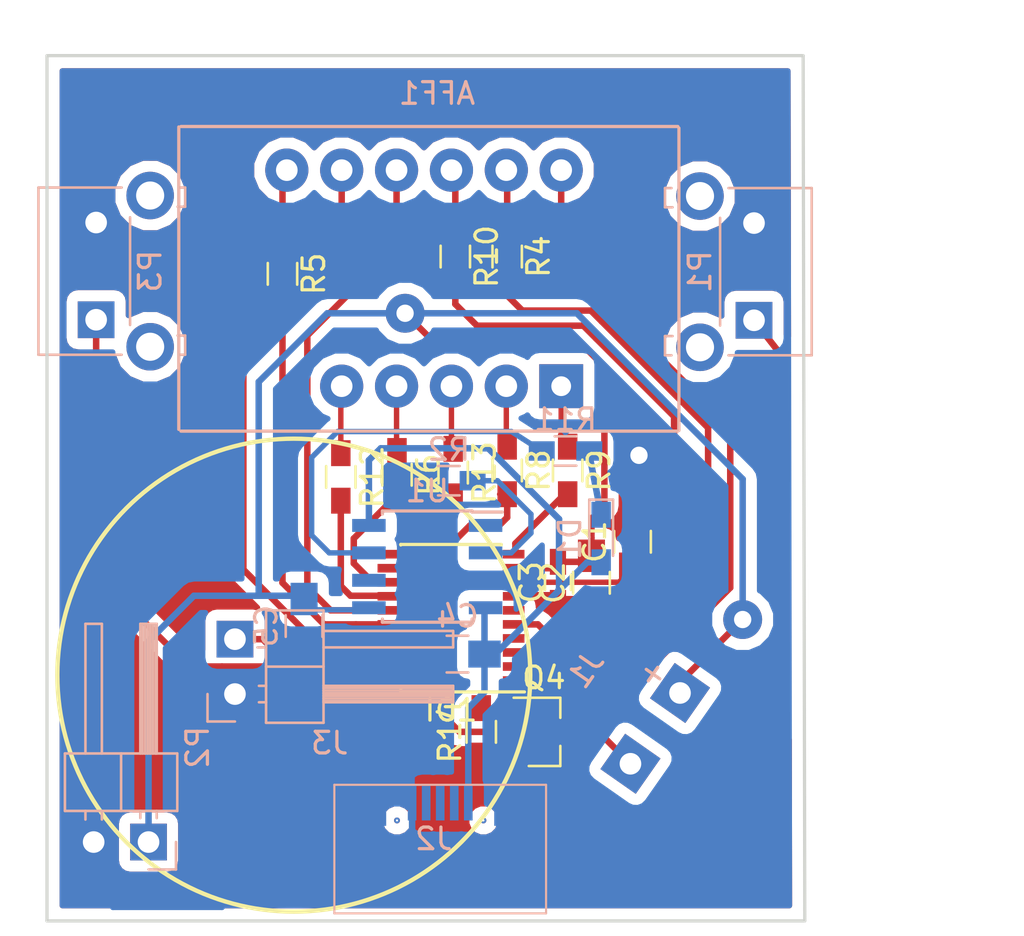
<source format=kicad_pcb>
(kicad_pcb (version 4) (host pcbnew 4.0.7)

  (general
    (links 65)
    (no_connects 2)
    (area 101.924999 44.624999 137.150001 84.825001)
    (thickness 1.6)
    (drawings 6)
    (tracks 248)
    (zones 0)
    (modules 27)
    (nets 39)
  )

  (page A4)
  (layers
    (0 F.Cu signal)
    (31 B.Cu signal hide)
    (32 B.Adhes user)
    (33 F.Adhes user)
    (34 B.Paste user)
    (35 F.Paste user)
    (36 B.SilkS user)
    (37 F.SilkS user)
    (38 B.Mask user)
    (39 F.Mask user)
    (40 Dwgs.User user)
    (41 Cmts.User user)
    (42 Eco1.User user)
    (43 Eco2.User user)
    (44 Edge.Cuts user)
    (45 Margin user)
    (46 B.CrtYd user)
    (47 F.CrtYd user)
    (48 B.Fab user)
    (49 F.Fab user)
  )

  (setup
    (last_trace_width 0.3)
    (user_trace_width 0.3)
    (user_trace_width 0.4)
    (trace_clearance 0.2)
    (zone_clearance 0.508)
    (zone_45_only yes)
    (trace_min 0.2)
    (segment_width 0.2)
    (edge_width 0.15)
    (via_size 0.6)
    (via_drill 0.4)
    (via_min_size 0.4)
    (via_min_drill 0.3)
    (user_via 1.8 0.8)
    (uvia_size 0.3)
    (uvia_drill 0.1)
    (uvias_allowed no)
    (uvia_min_size 0.2)
    (uvia_min_drill 0.1)
    (pcb_text_width 0.3)
    (pcb_text_size 1.5 1.5)
    (mod_edge_width 0.15)
    (mod_text_size 1 1)
    (mod_text_width 0.15)
    (pad_size 2 2)
    (pad_drill 1)
    (pad_to_mask_clearance 0.2)
    (aux_axis_origin 0 0)
    (visible_elements 7FFFF71F)
    (pcbplotparams
      (layerselection 0x00000_80000001)
      (usegerberextensions false)
      (excludeedgelayer false)
      (linewidth 0.100000)
      (plotframeref false)
      (viasonmask false)
      (mode 1)
      (useauxorigin false)
      (hpglpennumber 1)
      (hpglpenspeed 20)
      (hpglpendiameter 15)
      (hpglpenoverlay 2)
      (psnegative false)
      (psa4output false)
      (plotreference true)
      (plotvalue true)
      (plotinvisibletext false)
      (padsonsilk false)
      (subtractmaskfromsilk false)
      (outputformat 5)
      (mirror false)
      (drillshape 1)
      (scaleselection 1)
      (outputdirectory ""))
  )

  (net 0 "")
  (net 1 "Net-(C1-Pad1)")
  (net 2 GND)
  (net 3 VDD)
  (net 4 /dp)
  (net 5 /g)
  (net 6 /f)
  (net 7 /c1)
  (net 8 /c2)
  (net 9 /a)
  (net 10 /b)
  (net 11 /c)
  (net 12 /d)
  (net 13 /e)
  (net 14 /c3)
  (net 15 "Net-(AFF1-Pad11)")
  (net 16 "Net-(AFF1-Pad7)")
  (net 17 "Net-(AFF1-Pad4)")
  (net 18 "Net-(AFF1-Pad2)")
  (net 19 "Net-(AFF1-Pad1)")
  (net 20 "Net-(AFF1-Pad10)")
  (net 21 "Net-(AFF1-Pad5)")
  (net 22 "Net-(AFF1-Pad3)")
  (net 23 /prg)
  (net 24 "Net-(J2-Pad2)")
  (net 25 "Net-(C4-Pad1)")
  (net 26 "Net-(D1-Pad1)")
  (net 27 /pisk)
  (net 28 /kn2)
  (net 29 "Net-(J1-Pad2)")
  (net 30 "Net-(J2-Pad4)")
  (net 31 "Net-(J2-Pad3)")
  (net 32 "Net-(R2-Pad1)")
  (net 33 "Net-(R11-Pad2)")
  (net 34 "Net-(U1-Pad1)")
  (net 35 "Net-(U1-Pad6)")
  (net 36 /kn)
  (net 37 "Net-(IC1-Pad4)")
  (net 38 "Net-(IC1-Pad6)")

  (net_class Default "Это класс цепей по умолчанию."
    (clearance 0.2)
    (trace_width 0.25)
    (via_dia 0.6)
    (via_drill 0.4)
    (uvia_dia 0.3)
    (uvia_drill 0.1)
    (add_net /a)
    (add_net /b)
    (add_net /c)
    (add_net /c1)
    (add_net /c2)
    (add_net /c3)
    (add_net /d)
    (add_net /dp)
    (add_net /e)
    (add_net /f)
    (add_net /g)
    (add_net /kn)
    (add_net /kn2)
    (add_net /pisk)
    (add_net /prg)
    (add_net GND)
    (add_net "Net-(AFF1-Pad1)")
    (add_net "Net-(AFF1-Pad10)")
    (add_net "Net-(AFF1-Pad11)")
    (add_net "Net-(AFF1-Pad2)")
    (add_net "Net-(AFF1-Pad3)")
    (add_net "Net-(AFF1-Pad4)")
    (add_net "Net-(AFF1-Pad5)")
    (add_net "Net-(AFF1-Pad7)")
    (add_net "Net-(C1-Pad1)")
    (add_net "Net-(C4-Pad1)")
    (add_net "Net-(D1-Pad1)")
    (add_net "Net-(IC1-Pad4)")
    (add_net "Net-(IC1-Pad6)")
    (add_net "Net-(J1-Pad2)")
    (add_net "Net-(J2-Pad2)")
    (add_net "Net-(J2-Pad3)")
    (add_net "Net-(J2-Pad4)")
    (add_net "Net-(R11-Pad2)")
    (add_net "Net-(R2-Pad1)")
    (add_net "Net-(U1-Pad1)")
    (add_net "Net-(U1-Pad6)")
    (add_net VDD)
  )

  (module mylibpcb:indicator_3cif (layer B.Cu) (tedit 58C4FC8D) (tstamp 59BE8B23)
    (at 125.8 60 180)
    (descr "4x7-segments, 14 mm, Kingbright CA56-12 and CC56-12 displays")
    (tags "7-segments display")
    (path /58A704DC)
    (fp_text reference AFF1 (at 5.75 13.55 180) (layer B.SilkS)
      (effects (font (size 1 1) (thickness 0.15)) (justify mirror))
    )
    (fp_text value CA56-12 (at 6.35 -3.38 180) (layer B.Fab)
      (effects (font (size 1 1) (thickness 0.15)) (justify mirror))
    )
    (fp_line (start 17.6 -2.08) (end -5.4 -2.08) (layer B.SilkS) (width 0.15))
    (fp_line (start -5.45 -2.05) (end -5.45 11.95) (layer B.SilkS) (width 0.15))
    (fp_line (start -5.4 12.02) (end 17.6 12.02) (layer B.SilkS) (width 0.15))
    (fp_line (start 17.7 12) (end 17.7 -2) (layer B.SilkS) (width 0.15))
    (pad 1 thru_hole rect (at 0 0 180) (size 2.032 2.032) (drill 0.9144) (layers *.Cu *.Mask)
      (net 19 "Net-(AFF1-Pad1)"))
    (pad 2 thru_hole circle (at 2.54 0 180) (size 2 2) (drill 1) (layers *.Cu *.Mask)
      (net 18 "Net-(AFF1-Pad2)"))
    (pad 3 thru_hole circle (at 5.08 0 180) (size 2 2) (drill 1) (layers *.Cu *.Mask)
      (net 22 "Net-(AFF1-Pad3)"))
    (pad 4 thru_hole circle (at 7.62 0 180) (size 2 2) (drill 1) (layers *.Cu *.Mask)
      (net 17 "Net-(AFF1-Pad4)"))
    (pad 5 thru_hole circle (at 10.16 0 180) (size 2 2) (drill 1) (layers *.Cu *.Mask)
      (net 21 "Net-(AFF1-Pad5)"))
    (pad 9 thru_hole circle (at 7.62 10 180) (size 2 2) (drill 1) (layers *.Cu *.Mask)
      (net 8 /c2))
    (pad 8 thru_hole circle (at 10.16 10 180) (size 2 2) (drill 1) (layers *.Cu *.Mask)
      (net 14 /c3))
    (pad 12 thru_hole circle (at 0 10 180) (size 2 2) (drill 1) (layers *.Cu *.Mask)
      (net 7 /c1))
    (pad 11 thru_hole circle (at 2.54 10 180) (size 2 2) (drill 1) (layers *.Cu *.Mask)
      (net 15 "Net-(AFF1-Pad11)"))
    (pad 7 thru_hole circle (at 12.7 10 180) (size 2 2) (drill 1) (layers *.Cu *.Mask)
      (net 16 "Net-(AFF1-Pad7)"))
    (pad 10 thru_hole circle (at 5.08 10 180) (size 2 2) (drill 1) (layers *.Cu *.Mask)
      (net 20 "Net-(AFF1-Pad10)"))
    (model Displays_7-Segment.3dshapes/Cx56-12.wrl
      (at (xyz 0.254 0.3 0.03937))
      (scale (xyz 0.393701 0.393701 0.393701))
      (rotate (xyz 0 0 0))
    )
  )

  (module Capacitors_SMD:C_0805_HandSoldering (layer F.Cu) (tedit 58AA84A8) (tstamp 59BE8B29)
    (at 129.1 67.2 90)
    (descr "Capacitor SMD 0805, hand soldering")
    (tags "capacitor 0805")
    (path /58A707E8)
    (attr smd)
    (fp_text reference C1 (at 0 -1.75 90) (layer F.SilkS)
      (effects (font (size 1 1) (thickness 0.15)))
    )
    (fp_text value 10uf (at 0 1.75 90) (layer F.Fab)
      (effects (font (size 1 1) (thickness 0.15)))
    )
    (fp_text user %R (at 0 -1.75 90) (layer F.Fab)
      (effects (font (size 1 1) (thickness 0.15)))
    )
    (fp_line (start -1 0.62) (end -1 -0.62) (layer F.Fab) (width 0.1))
    (fp_line (start 1 0.62) (end -1 0.62) (layer F.Fab) (width 0.1))
    (fp_line (start 1 -0.62) (end 1 0.62) (layer F.Fab) (width 0.1))
    (fp_line (start -1 -0.62) (end 1 -0.62) (layer F.Fab) (width 0.1))
    (fp_line (start 0.5 -0.85) (end -0.5 -0.85) (layer F.SilkS) (width 0.12))
    (fp_line (start -0.5 0.85) (end 0.5 0.85) (layer F.SilkS) (width 0.12))
    (fp_line (start -2.25 -0.88) (end 2.25 -0.88) (layer F.CrtYd) (width 0.05))
    (fp_line (start -2.25 -0.88) (end -2.25 0.87) (layer F.CrtYd) (width 0.05))
    (fp_line (start 2.25 0.87) (end 2.25 -0.88) (layer F.CrtYd) (width 0.05))
    (fp_line (start 2.25 0.87) (end -2.25 0.87) (layer F.CrtYd) (width 0.05))
    (pad 1 smd rect (at -1.25 0 90) (size 1.5 1.25) (layers F.Cu F.Paste F.Mask)
      (net 1 "Net-(C1-Pad1)"))
    (pad 2 smd rect (at 1.25 0 90) (size 1.5 1.25) (layers F.Cu F.Paste F.Mask)
      (net 2 GND))
    (model Capacitors_SMD.3dshapes/C_0805.wrl
      (at (xyz 0 0 0))
      (scale (xyz 1 1 1))
      (rotate (xyz 0 0 0))
    )
  )

  (module Capacitors_SMD:C_0805_HandSoldering (layer F.Cu) (tedit 58AA84A8) (tstamp 59BE8B2F)
    (at 127.2 69.1 90)
    (descr "Capacitor SMD 0805, hand soldering")
    (tags "capacitor 0805")
    (path /58A708AB)
    (attr smd)
    (fp_text reference C2 (at 0 -1.75 90) (layer F.SilkS)
      (effects (font (size 1 1) (thickness 0.15)))
    )
    (fp_text value 1u (at 0 1.75 90) (layer F.Fab)
      (effects (font (size 1 1) (thickness 0.15)))
    )
    (fp_text user %R (at 0 -1.75 90) (layer F.Fab)
      (effects (font (size 1 1) (thickness 0.15)))
    )
    (fp_line (start -1 0.62) (end -1 -0.62) (layer F.Fab) (width 0.1))
    (fp_line (start 1 0.62) (end -1 0.62) (layer F.Fab) (width 0.1))
    (fp_line (start 1 -0.62) (end 1 0.62) (layer F.Fab) (width 0.1))
    (fp_line (start -1 -0.62) (end 1 -0.62) (layer F.Fab) (width 0.1))
    (fp_line (start 0.5 -0.85) (end -0.5 -0.85) (layer F.SilkS) (width 0.12))
    (fp_line (start -0.5 0.85) (end 0.5 0.85) (layer F.SilkS) (width 0.12))
    (fp_line (start -2.25 -0.88) (end 2.25 -0.88) (layer F.CrtYd) (width 0.05))
    (fp_line (start -2.25 -0.88) (end -2.25 0.87) (layer F.CrtYd) (width 0.05))
    (fp_line (start 2.25 0.87) (end 2.25 -0.88) (layer F.CrtYd) (width 0.05))
    (fp_line (start 2.25 0.87) (end -2.25 0.87) (layer F.CrtYd) (width 0.05))
    (pad 1 smd rect (at -1.25 0 90) (size 1.5 1.25) (layers F.Cu F.Paste F.Mask)
      (net 2 GND))
    (pad 2 smd rect (at 1.25 0 90) (size 1.5 1.25) (layers F.Cu F.Paste F.Mask)
      (net 3 VDD))
    (model Capacitors_SMD.3dshapes/C_0805.wrl
      (at (xyz 0 0 0))
      (scale (xyz 1 1 1))
      (rotate (xyz 0 0 0))
    )
  )

  (module Capacitors_SMD:C_0603_HandSoldering (layer F.Cu) (tedit 58AA848B) (tstamp 59BE8B35)
    (at 125.65 69.08 90)
    (descr "Capacitor SMD 0603, hand soldering")
    (tags "capacitor 0603")
    (path /58A708E2)
    (attr smd)
    (fp_text reference C3 (at 0 -1.25 90) (layer F.SilkS)
      (effects (font (size 1 1) (thickness 0.15)))
    )
    (fp_text value 100n (at 0 1.5 90) (layer F.Fab)
      (effects (font (size 1 1) (thickness 0.15)))
    )
    (fp_text user %R (at 0 -1.25 90) (layer F.Fab)
      (effects (font (size 1 1) (thickness 0.15)))
    )
    (fp_line (start -0.8 0.4) (end -0.8 -0.4) (layer F.Fab) (width 0.1))
    (fp_line (start 0.8 0.4) (end -0.8 0.4) (layer F.Fab) (width 0.1))
    (fp_line (start 0.8 -0.4) (end 0.8 0.4) (layer F.Fab) (width 0.1))
    (fp_line (start -0.8 -0.4) (end 0.8 -0.4) (layer F.Fab) (width 0.1))
    (fp_line (start -0.35 -0.6) (end 0.35 -0.6) (layer F.SilkS) (width 0.12))
    (fp_line (start 0.35 0.6) (end -0.35 0.6) (layer F.SilkS) (width 0.12))
    (fp_line (start -1.8 -0.65) (end 1.8 -0.65) (layer F.CrtYd) (width 0.05))
    (fp_line (start -1.8 -0.65) (end -1.8 0.65) (layer F.CrtYd) (width 0.05))
    (fp_line (start 1.8 0.65) (end 1.8 -0.65) (layer F.CrtYd) (width 0.05))
    (fp_line (start 1.8 0.65) (end -1.8 0.65) (layer F.CrtYd) (width 0.05))
    (pad 1 smd rect (at -0.95 0 90) (size 1.2 0.75) (layers F.Cu F.Paste F.Mask)
      (net 2 GND))
    (pad 2 smd rect (at 0.95 0 90) (size 1.2 0.75) (layers F.Cu F.Paste F.Mask)
      (net 3 VDD))
    (model Capacitors_SMD.3dshapes/C_0603.wrl
      (at (xyz 0 0 0))
      (scale (xyz 1 1 1))
      (rotate (xyz 0 0 0))
    )
  )

  (module Capacitors_SMD:C_0805_HandSoldering (layer B.Cu) (tedit 58AA84A8) (tstamp 59BE8B3B)
    (at 121 72.4 180)
    (descr "Capacitor SMD 0805, hand soldering")
    (tags "capacitor 0805")
    (path /59BD990C)
    (attr smd)
    (fp_text reference C4 (at 0 1.75 180) (layer B.SilkS)
      (effects (font (size 1 1) (thickness 0.15)) (justify mirror))
    )
    (fp_text value 10uf (at 0 -1.75 180) (layer B.Fab)
      (effects (font (size 1 1) (thickness 0.15)) (justify mirror))
    )
    (fp_text user %R (at 0 1.75 180) (layer B.Fab)
      (effects (font (size 1 1) (thickness 0.15)) (justify mirror))
    )
    (fp_line (start -1 -0.62) (end -1 0.62) (layer B.Fab) (width 0.1))
    (fp_line (start 1 -0.62) (end -1 -0.62) (layer B.Fab) (width 0.1))
    (fp_line (start 1 0.62) (end 1 -0.62) (layer B.Fab) (width 0.1))
    (fp_line (start -1 0.62) (end 1 0.62) (layer B.Fab) (width 0.1))
    (fp_line (start 0.5 0.85) (end -0.5 0.85) (layer B.SilkS) (width 0.12))
    (fp_line (start -0.5 -0.85) (end 0.5 -0.85) (layer B.SilkS) (width 0.12))
    (fp_line (start -2.25 0.88) (end 2.25 0.88) (layer B.CrtYd) (width 0.05))
    (fp_line (start -2.25 0.88) (end -2.25 -0.87) (layer B.CrtYd) (width 0.05))
    (fp_line (start 2.25 -0.87) (end 2.25 0.88) (layer B.CrtYd) (width 0.05))
    (fp_line (start 2.25 -0.87) (end -2.25 -0.87) (layer B.CrtYd) (width 0.05))
    (pad 1 smd rect (at -1.25 0 180) (size 1.5 1.25) (layers B.Cu B.Paste B.Mask)
      (net 25 "Net-(C4-Pad1)"))
    (pad 2 smd rect (at 1.25 0 180) (size 1.5 1.25) (layers B.Cu B.Paste B.Mask)
      (net 2 GND))
    (model Capacitors_SMD.3dshapes/C_0805.wrl
      (at (xyz 0 0 0))
      (scale (xyz 1 1 1))
      (rotate (xyz 0 0 0))
    )
  )

  (module Capacitors_SMD:C_0805_HandSoldering (layer B.Cu) (tedit 58AA84A8) (tstamp 59BE8B41)
    (at 113.9 71.1 270)
    (descr "Capacitor SMD 0805, hand soldering")
    (tags "capacitor 0805")
    (path /59BD95CA)
    (attr smd)
    (fp_text reference C5 (at 0 1.75 270) (layer B.SilkS)
      (effects (font (size 1 1) (thickness 0.15)) (justify mirror))
    )
    (fp_text value 10uf (at 0 -1.75 270) (layer B.Fab)
      (effects (font (size 1 1) (thickness 0.15)) (justify mirror))
    )
    (fp_text user %R (at 0 1.75 270) (layer B.Fab)
      (effects (font (size 1 1) (thickness 0.15)) (justify mirror))
    )
    (fp_line (start -1 -0.62) (end -1 0.62) (layer B.Fab) (width 0.1))
    (fp_line (start 1 -0.62) (end -1 -0.62) (layer B.Fab) (width 0.1))
    (fp_line (start 1 0.62) (end 1 -0.62) (layer B.Fab) (width 0.1))
    (fp_line (start -1 0.62) (end 1 0.62) (layer B.Fab) (width 0.1))
    (fp_line (start 0.5 0.85) (end -0.5 0.85) (layer B.SilkS) (width 0.12))
    (fp_line (start -0.5 -0.85) (end 0.5 -0.85) (layer B.SilkS) (width 0.12))
    (fp_line (start -2.25 0.88) (end 2.25 0.88) (layer B.CrtYd) (width 0.05))
    (fp_line (start -2.25 0.88) (end -2.25 -0.87) (layer B.CrtYd) (width 0.05))
    (fp_line (start 2.25 -0.87) (end 2.25 0.88) (layer B.CrtYd) (width 0.05))
    (fp_line (start 2.25 -0.87) (end -2.25 -0.87) (layer B.CrtYd) (width 0.05))
    (pad 1 smd rect (at -1.25 0 270) (size 1.5 1.25) (layers B.Cu B.Paste B.Mask)
      (net 3 VDD))
    (pad 2 smd rect (at 1.25 0 270) (size 1.5 1.25) (layers B.Cu B.Paste B.Mask)
      (net 2 GND))
    (model Capacitors_SMD.3dshapes/C_0805.wrl
      (at (xyz 0 0 0))
      (scale (xyz 1 1 1))
      (rotate (xyz 0 0 0))
    )
  )

  (module LEDs:LED_0603_HandSoldering (layer B.Cu) (tedit 595FC9C0) (tstamp 59BE8B47)
    (at 127.65 67.05 270)
    (descr "LED SMD 0603, hand soldering")
    (tags "LED 0603")
    (path /59BD9104)
    (attr smd)
    (fp_text reference D1 (at 0 1.45 270) (layer B.SilkS)
      (effects (font (size 1 1) (thickness 0.15)) (justify mirror))
    )
    (fp_text value LED (at 0 -1.55 270) (layer B.Fab)
      (effects (font (size 1 1) (thickness 0.15)) (justify mirror))
    )
    (fp_line (start -1.8 0.55) (end -1.8 -0.55) (layer B.SilkS) (width 0.12))
    (fp_line (start -0.2 0.2) (end -0.2 -0.2) (layer B.Fab) (width 0.1))
    (fp_line (start -0.15 0) (end 0.15 0.2) (layer B.Fab) (width 0.1))
    (fp_line (start 0.15 -0.2) (end -0.15 0) (layer B.Fab) (width 0.1))
    (fp_line (start 0.15 0.2) (end 0.15 -0.2) (layer B.Fab) (width 0.1))
    (fp_line (start 0.8 -0.4) (end -0.8 -0.4) (layer B.Fab) (width 0.1))
    (fp_line (start 0.8 0.4) (end 0.8 -0.4) (layer B.Fab) (width 0.1))
    (fp_line (start -0.8 0.4) (end 0.8 0.4) (layer B.Fab) (width 0.1))
    (fp_line (start -1.8 -0.55) (end 0.8 -0.55) (layer B.SilkS) (width 0.12))
    (fp_line (start -1.8 0.55) (end 0.8 0.55) (layer B.SilkS) (width 0.12))
    (fp_line (start -1.96 0.7) (end 1.95 0.7) (layer B.CrtYd) (width 0.05))
    (fp_line (start -1.96 0.7) (end -1.96 -0.7) (layer B.CrtYd) (width 0.05))
    (fp_line (start 1.95 -0.7) (end 1.95 0.7) (layer B.CrtYd) (width 0.05))
    (fp_line (start 1.95 -0.7) (end -1.96 -0.7) (layer B.CrtYd) (width 0.05))
    (fp_line (start -0.8 0.4) (end -0.8 -0.4) (layer B.Fab) (width 0.1))
    (pad 1 smd rect (at -1.1 0 270) (size 1.2 0.9) (layers B.Cu B.Paste B.Mask)
      (net 26 "Net-(D1-Pad1)"))
    (pad 2 smd rect (at 1.1 0 270) (size 1.2 0.9) (layers B.Cu B.Paste B.Mask)
      (net 25 "Net-(C4-Pad1)"))
    (model ${KISYS3DMOD}/LEDs.3dshapes/LED_0603.wrl
      (at (xyz 0 0 0))
      (scale (xyz 1 1 1))
      (rotate (xyz 0 0 180))
    )
  )

  (module mylibpcb:usb5s (layer B.Cu) (tedit 57C2A60D) (tstamp 59BE8B76)
    (at 120.2 78.4 180)
    (path /59BD7914)
    (fp_text reference J2 (at 0.3 -2.55 180) (layer B.SilkS)
      (effects (font (size 1 1) (thickness 0.15)) (justify mirror))
    )
    (fp_text value USB_OTG (at 0.15 -3.65 180) (layer B.Fab)
      (effects (font (size 1 1) (thickness 0.15)) (justify mirror))
    )
    (fp_line (start -4.9 -6) (end -4.9 -0.05) (layer B.SilkS) (width 0.1))
    (fp_line (start -4.9 -0.05) (end 4.9 -0.05) (layer B.SilkS) (width 0.1))
    (fp_line (start 4.9 -0.05) (end 4.9 -6) (layer B.SilkS) (width 0.1))
    (fp_line (start -4.9 -6) (end 4.9 -6) (layer B.SilkS) (width 0.1))
    (pad 2 thru_hole circle (at -2 -1.7 180) (size 0.275 0.275) (drill 0.1) (layers *.Cu *.Mask)
      (net 24 "Net-(J2-Pad2)"))
    (pad 1 smd rect (at -1.3 -0.9 180) (size 0.4 1.6) (layers B.Cu B.Paste B.Mask)
      (net 25 "Net-(C4-Pad1)"))
    (pad 2 smd rect (at -0.65 -0.9 180) (size 0.4 1.6) (layers B.Cu B.Paste B.Mask)
      (net 24 "Net-(J2-Pad2)"))
    (pad 5 smd rect (at 1.3 -0.9 180) (size 0.4 1.6) (layers B.Cu B.Paste B.Mask)
      (net 2 GND))
    (pad 4 smd rect (at 0.65 -0.9 180) (size 0.4 1.6) (layers B.Cu B.Paste B.Mask)
      (net 30 "Net-(J2-Pad4)"))
    (pad 6 smd rect (at 1.5 -4.95 180) (size 1.1 1) (layers B.Cu B.Paste B.Mask)
      (net 2 GND))
    (pad 6 smd rect (at -1.5 -4.95 180) (size 1.1 1) (layers B.Cu B.Paste B.Mask)
      (net 2 GND))
    (pad 6 smd rect (at 3.5 -3.85 180) (size 2 1.2) (layers B.Cu B.Paste B.Mask)
      (net 2 GND))
    (pad 6 smd rect (at -3.5 -3.85 180) (size 2 1.2) (layers B.Cu B.Paste B.Mask)
      (net 2 GND))
    (pad 6 smd rect (at 3.5 -1.35 180) (size 2 1.2) (layers B.Cu B.Paste B.Mask)
      (net 2 GND))
    (pad 6 smd rect (at -3.5 -1.35 180) (size 2 1.2) (layers B.Cu B.Paste B.Mask)
      (net 2 GND))
    (pad 3 smd rect (at 0 -0.9 180) (size 0.4 1.6) (layers B.Cu B.Paste B.Mask)
      (net 31 "Net-(J2-Pad3)"))
    (pad 2 thru_hole circle (at 2 -1.7 180) (size 0.275 0.275) (drill 0.1) (layers *.Cu *.Mask)
      (net 24 "Net-(J2-Pad2)"))
  )

  (module TO_SOT_Packages_SMD:SOT-23 (layer F.Cu) (tedit 58CE4E7E) (tstamp 59BE8BA4)
    (at 125 76)
    (descr "SOT-23, Standard")
    (tags SOT-23)
    (path /59BD6661)
    (attr smd)
    (fp_text reference Q4 (at 0 -2.5) (layer F.SilkS)
      (effects (font (size 1 1) (thickness 0.15)))
    )
    (fp_text value Q_NMOS_GSD (at 0 2.5) (layer F.Fab)
      (effects (font (size 1 1) (thickness 0.15)))
    )
    (fp_text user %R (at 0 0 90) (layer F.Fab)
      (effects (font (size 0.5 0.5) (thickness 0.075)))
    )
    (fp_line (start -0.7 -0.95) (end -0.7 1.5) (layer F.Fab) (width 0.1))
    (fp_line (start -0.15 -1.52) (end 0.7 -1.52) (layer F.Fab) (width 0.1))
    (fp_line (start -0.7 -0.95) (end -0.15 -1.52) (layer F.Fab) (width 0.1))
    (fp_line (start 0.7 -1.52) (end 0.7 1.52) (layer F.Fab) (width 0.1))
    (fp_line (start -0.7 1.52) (end 0.7 1.52) (layer F.Fab) (width 0.1))
    (fp_line (start 0.76 1.58) (end 0.76 0.65) (layer F.SilkS) (width 0.12))
    (fp_line (start 0.76 -1.58) (end 0.76 -0.65) (layer F.SilkS) (width 0.12))
    (fp_line (start -1.7 -1.75) (end 1.7 -1.75) (layer F.CrtYd) (width 0.05))
    (fp_line (start 1.7 -1.75) (end 1.7 1.75) (layer F.CrtYd) (width 0.05))
    (fp_line (start 1.7 1.75) (end -1.7 1.75) (layer F.CrtYd) (width 0.05))
    (fp_line (start -1.7 1.75) (end -1.7 -1.75) (layer F.CrtYd) (width 0.05))
    (fp_line (start 0.76 -1.58) (end -1.4 -1.58) (layer F.SilkS) (width 0.12))
    (fp_line (start 0.76 1.58) (end -0.7 1.58) (layer F.SilkS) (width 0.12))
    (pad 1 smd rect (at -1 -0.95) (size 0.9 0.8) (layers F.Cu F.Paste F.Mask)
      (net 27 /pisk))
    (pad 2 smd rect (at -1 0.95) (size 0.9 0.8) (layers F.Cu F.Paste F.Mask)
      (net 2 GND))
    (pad 3 smd rect (at 1 0) (size 0.9 0.8) (layers F.Cu F.Paste F.Mask)
      (net 29 "Net-(J1-Pad2)"))
    (model ${KISYS3DMOD}/TO_SOT_Packages_SMD.3dshapes/SOT-23.wrl
      (at (xyz 0 0 0))
      (scale (xyz 1 1 1))
      (rotate (xyz 0 0 0))
    )
  )

  (module Resistors_SMD:R_0603_HandSoldering (layer B.Cu) (tedit 58E0A804) (tstamp 59BE8BB0)
    (at 120.6 64.375 180)
    (descr "Resistor SMD 0603, hand soldering")
    (tags "resistor 0603")
    (path /59BD8DE1)
    (attr smd)
    (fp_text reference R2 (at 0 1.45 180) (layer B.SilkS)
      (effects (font (size 1 1) (thickness 0.15)) (justify mirror))
    )
    (fp_text value 10k (at 0 -1.55 180) (layer B.Fab)
      (effects (font (size 1 1) (thickness 0.15)) (justify mirror))
    )
    (fp_text user %R (at 0 0 180) (layer B.Fab)
      (effects (font (size 0.4 0.4) (thickness 0.075)) (justify mirror))
    )
    (fp_line (start -0.8 -0.4) (end -0.8 0.4) (layer B.Fab) (width 0.1))
    (fp_line (start 0.8 -0.4) (end -0.8 -0.4) (layer B.Fab) (width 0.1))
    (fp_line (start 0.8 0.4) (end 0.8 -0.4) (layer B.Fab) (width 0.1))
    (fp_line (start -0.8 0.4) (end 0.8 0.4) (layer B.Fab) (width 0.1))
    (fp_line (start 0.5 -0.68) (end -0.5 -0.68) (layer B.SilkS) (width 0.12))
    (fp_line (start -0.5 0.68) (end 0.5 0.68) (layer B.SilkS) (width 0.12))
    (fp_line (start -1.96 0.7) (end 1.95 0.7) (layer B.CrtYd) (width 0.05))
    (fp_line (start -1.96 0.7) (end -1.96 -0.7) (layer B.CrtYd) (width 0.05))
    (fp_line (start 1.95 -0.7) (end 1.95 0.7) (layer B.CrtYd) (width 0.05))
    (fp_line (start 1.95 -0.7) (end -1.96 -0.7) (layer B.CrtYd) (width 0.05))
    (pad 1 smd rect (at -1.1 0 180) (size 1.2 0.9) (layers B.Cu B.Paste B.Mask)
      (net 32 "Net-(R2-Pad1)"))
    (pad 2 smd rect (at 1.1 0 180) (size 1.2 0.9) (layers B.Cu B.Paste B.Mask)
      (net 2 GND))
    (model ${KISYS3DMOD}/Resistors_SMD.3dshapes/R_0603.wrl
      (at (xyz 0 0 0))
      (scale (xyz 1 1 1))
      (rotate (xyz 0 0 0))
    )
  )

  (module Resistors_SMD:R_0603_HandSoldering (layer F.Cu) (tedit 58E0A804) (tstamp 59BE8BBC)
    (at 123.3 54 270)
    (descr "Resistor SMD 0603, hand soldering")
    (tags "resistor 0603")
    (path /58A72AAE)
    (attr smd)
    (fp_text reference R4 (at 0 -1.45 270) (layer F.SilkS)
      (effects (font (size 1 1) (thickness 0.15)))
    )
    (fp_text value 1k (at 0 1.55 270) (layer F.Fab)
      (effects (font (size 1 1) (thickness 0.15)))
    )
    (fp_text user %R (at 0 0 270) (layer F.Fab)
      (effects (font (size 0.4 0.4) (thickness 0.075)))
    )
    (fp_line (start -0.8 0.4) (end -0.8 -0.4) (layer F.Fab) (width 0.1))
    (fp_line (start 0.8 0.4) (end -0.8 0.4) (layer F.Fab) (width 0.1))
    (fp_line (start 0.8 -0.4) (end 0.8 0.4) (layer F.Fab) (width 0.1))
    (fp_line (start -0.8 -0.4) (end 0.8 -0.4) (layer F.Fab) (width 0.1))
    (fp_line (start 0.5 0.68) (end -0.5 0.68) (layer F.SilkS) (width 0.12))
    (fp_line (start -0.5 -0.68) (end 0.5 -0.68) (layer F.SilkS) (width 0.12))
    (fp_line (start -1.96 -0.7) (end 1.95 -0.7) (layer F.CrtYd) (width 0.05))
    (fp_line (start -1.96 -0.7) (end -1.96 0.7) (layer F.CrtYd) (width 0.05))
    (fp_line (start 1.95 0.7) (end 1.95 -0.7) (layer F.CrtYd) (width 0.05))
    (fp_line (start 1.95 0.7) (end -1.96 0.7) (layer F.CrtYd) (width 0.05))
    (pad 1 smd rect (at -1.1 0 270) (size 1.2 0.9) (layers F.Cu F.Paste F.Mask)
      (net 15 "Net-(AFF1-Pad11)"))
    (pad 2 smd rect (at 1.1 0 270) (size 1.2 0.9) (layers F.Cu F.Paste F.Mask)
      (net 9 /a))
    (model ${KISYS3DMOD}/Resistors_SMD.3dshapes/R_0603.wrl
      (at (xyz 0 0 0))
      (scale (xyz 1 1 1))
      (rotate (xyz 0 0 0))
    )
  )

  (module Resistors_SMD:R_0603_HandSoldering (layer F.Cu) (tedit 58E0A804) (tstamp 59BE8BC2)
    (at 112.9 54.8 270)
    (descr "Resistor SMD 0603, hand soldering")
    (tags "resistor 0603")
    (path /58A72AE5)
    (attr smd)
    (fp_text reference R5 (at 0 -1.45 270) (layer F.SilkS)
      (effects (font (size 1 1) (thickness 0.15)))
    )
    (fp_text value 1k (at 0 1.55 270) (layer F.Fab)
      (effects (font (size 1 1) (thickness 0.15)))
    )
    (fp_text user %R (at 0 0 270) (layer F.Fab)
      (effects (font (size 0.4 0.4) (thickness 0.075)))
    )
    (fp_line (start -0.8 0.4) (end -0.8 -0.4) (layer F.Fab) (width 0.1))
    (fp_line (start 0.8 0.4) (end -0.8 0.4) (layer F.Fab) (width 0.1))
    (fp_line (start 0.8 -0.4) (end 0.8 0.4) (layer F.Fab) (width 0.1))
    (fp_line (start -0.8 -0.4) (end 0.8 -0.4) (layer F.Fab) (width 0.1))
    (fp_line (start 0.5 0.68) (end -0.5 0.68) (layer F.SilkS) (width 0.12))
    (fp_line (start -0.5 -0.68) (end 0.5 -0.68) (layer F.SilkS) (width 0.12))
    (fp_line (start -1.96 -0.7) (end 1.95 -0.7) (layer F.CrtYd) (width 0.05))
    (fp_line (start -1.96 -0.7) (end -1.96 0.7) (layer F.CrtYd) (width 0.05))
    (fp_line (start 1.95 0.7) (end 1.95 -0.7) (layer F.CrtYd) (width 0.05))
    (fp_line (start 1.95 0.7) (end -1.96 0.7) (layer F.CrtYd) (width 0.05))
    (pad 1 smd rect (at -1.1 0 270) (size 1.2 0.9) (layers F.Cu F.Paste F.Mask)
      (net 16 "Net-(AFF1-Pad7)"))
    (pad 2 smd rect (at 1.1 0 270) (size 1.2 0.9) (layers F.Cu F.Paste F.Mask)
      (net 10 /b))
    (model ${KISYS3DMOD}/Resistors_SMD.3dshapes/R_0603.wrl
      (at (xyz 0 0 0))
      (scale (xyz 1 1 1))
      (rotate (xyz 0 0 0))
    )
  )

  (module Resistors_SMD:R_0603_HandSoldering (layer F.Cu) (tedit 58E0A804) (tstamp 59BE8BC8)
    (at 118.2 64.1 270)
    (descr "Resistor SMD 0603, hand soldering")
    (tags "resistor 0603")
    (path /58A72B30)
    (attr smd)
    (fp_text reference R6 (at 0 -1.45 270) (layer F.SilkS)
      (effects (font (size 1 1) (thickness 0.15)))
    )
    (fp_text value 1k (at 0 1.55 270) (layer F.Fab)
      (effects (font (size 1 1) (thickness 0.15)))
    )
    (fp_text user %R (at 0 0 270) (layer F.Fab)
      (effects (font (size 0.4 0.4) (thickness 0.075)))
    )
    (fp_line (start -0.8 0.4) (end -0.8 -0.4) (layer F.Fab) (width 0.1))
    (fp_line (start 0.8 0.4) (end -0.8 0.4) (layer F.Fab) (width 0.1))
    (fp_line (start 0.8 -0.4) (end 0.8 0.4) (layer F.Fab) (width 0.1))
    (fp_line (start -0.8 -0.4) (end 0.8 -0.4) (layer F.Fab) (width 0.1))
    (fp_line (start 0.5 0.68) (end -0.5 0.68) (layer F.SilkS) (width 0.12))
    (fp_line (start -0.5 -0.68) (end 0.5 -0.68) (layer F.SilkS) (width 0.12))
    (fp_line (start -1.96 -0.7) (end 1.95 -0.7) (layer F.CrtYd) (width 0.05))
    (fp_line (start -1.96 -0.7) (end -1.96 0.7) (layer F.CrtYd) (width 0.05))
    (fp_line (start 1.95 0.7) (end 1.95 -0.7) (layer F.CrtYd) (width 0.05))
    (fp_line (start 1.95 0.7) (end -1.96 0.7) (layer F.CrtYd) (width 0.05))
    (pad 1 smd rect (at -1.1 0 270) (size 1.2 0.9) (layers F.Cu F.Paste F.Mask)
      (net 17 "Net-(AFF1-Pad4)"))
    (pad 2 smd rect (at 1.1 0 270) (size 1.2 0.9) (layers F.Cu F.Paste F.Mask)
      (net 11 /c))
    (model ${KISYS3DMOD}/Resistors_SMD.3dshapes/R_0603.wrl
      (at (xyz 0 0 0))
      (scale (xyz 1 1 1))
      (rotate (xyz 0 0 0))
    )
  )

  (module Resistors_SMD:R_0603_HandSoldering (layer F.Cu) (tedit 58E0A804) (tstamp 59BE8BD4)
    (at 123.3 63.9 270)
    (descr "Resistor SMD 0603, hand soldering")
    (tags "resistor 0603")
    (path /58A72B6B)
    (attr smd)
    (fp_text reference R8 (at 0 -1.45 270) (layer F.SilkS)
      (effects (font (size 1 1) (thickness 0.15)))
    )
    (fp_text value 1k (at 0 1.55 270) (layer F.Fab)
      (effects (font (size 1 1) (thickness 0.15)))
    )
    (fp_text user %R (at 0 0 270) (layer F.Fab)
      (effects (font (size 0.4 0.4) (thickness 0.075)))
    )
    (fp_line (start -0.8 0.4) (end -0.8 -0.4) (layer F.Fab) (width 0.1))
    (fp_line (start 0.8 0.4) (end -0.8 0.4) (layer F.Fab) (width 0.1))
    (fp_line (start 0.8 -0.4) (end 0.8 0.4) (layer F.Fab) (width 0.1))
    (fp_line (start -0.8 -0.4) (end 0.8 -0.4) (layer F.Fab) (width 0.1))
    (fp_line (start 0.5 0.68) (end -0.5 0.68) (layer F.SilkS) (width 0.12))
    (fp_line (start -0.5 -0.68) (end 0.5 -0.68) (layer F.SilkS) (width 0.12))
    (fp_line (start -1.96 -0.7) (end 1.95 -0.7) (layer F.CrtYd) (width 0.05))
    (fp_line (start -1.96 -0.7) (end -1.96 0.7) (layer F.CrtYd) (width 0.05))
    (fp_line (start 1.95 0.7) (end 1.95 -0.7) (layer F.CrtYd) (width 0.05))
    (fp_line (start 1.95 0.7) (end -1.96 0.7) (layer F.CrtYd) (width 0.05))
    (pad 1 smd rect (at -1.1 0 270) (size 1.2 0.9) (layers F.Cu F.Paste F.Mask)
      (net 18 "Net-(AFF1-Pad2)"))
    (pad 2 smd rect (at 1.1 0 270) (size 1.2 0.9) (layers F.Cu F.Paste F.Mask)
      (net 12 /d))
    (model ${KISYS3DMOD}/Resistors_SMD.3dshapes/R_0603.wrl
      (at (xyz 0 0 0))
      (scale (xyz 1 1 1))
      (rotate (xyz 0 0 0))
    )
  )

  (module Resistors_SMD:R_0603_HandSoldering (layer F.Cu) (tedit 58E0A804) (tstamp 59BE8BDA)
    (at 126.1 63.9 270)
    (descr "Resistor SMD 0603, hand soldering")
    (tags "resistor 0603")
    (path /58A72BBC)
    (attr smd)
    (fp_text reference R9 (at 0 -1.45 270) (layer F.SilkS)
      (effects (font (size 1 1) (thickness 0.15)))
    )
    (fp_text value 1k (at 0 1.55 270) (layer F.Fab)
      (effects (font (size 1 1) (thickness 0.15)))
    )
    (fp_text user %R (at 0 0 270) (layer F.Fab)
      (effects (font (size 0.4 0.4) (thickness 0.075)))
    )
    (fp_line (start -0.8 0.4) (end -0.8 -0.4) (layer F.Fab) (width 0.1))
    (fp_line (start 0.8 0.4) (end -0.8 0.4) (layer F.Fab) (width 0.1))
    (fp_line (start 0.8 -0.4) (end 0.8 0.4) (layer F.Fab) (width 0.1))
    (fp_line (start -0.8 -0.4) (end 0.8 -0.4) (layer F.Fab) (width 0.1))
    (fp_line (start 0.5 0.68) (end -0.5 0.68) (layer F.SilkS) (width 0.12))
    (fp_line (start -0.5 -0.68) (end 0.5 -0.68) (layer F.SilkS) (width 0.12))
    (fp_line (start -1.96 -0.7) (end 1.95 -0.7) (layer F.CrtYd) (width 0.05))
    (fp_line (start -1.96 -0.7) (end -1.96 0.7) (layer F.CrtYd) (width 0.05))
    (fp_line (start 1.95 0.7) (end 1.95 -0.7) (layer F.CrtYd) (width 0.05))
    (fp_line (start 1.95 0.7) (end -1.96 0.7) (layer F.CrtYd) (width 0.05))
    (pad 1 smd rect (at -1.1 0 270) (size 1.2 0.9) (layers F.Cu F.Paste F.Mask)
      (net 19 "Net-(AFF1-Pad1)"))
    (pad 2 smd rect (at 1.1 0 270) (size 1.2 0.9) (layers F.Cu F.Paste F.Mask)
      (net 13 /e))
    (model ${KISYS3DMOD}/Resistors_SMD.3dshapes/R_0603.wrl
      (at (xyz 0 0 0))
      (scale (xyz 1 1 1))
      (rotate (xyz 0 0 0))
    )
  )

  (module Resistors_SMD:R_0603_HandSoldering (layer F.Cu) (tedit 58E0A804) (tstamp 59BE8BE0)
    (at 120.9 54 270)
    (descr "Resistor SMD 0603, hand soldering")
    (tags "resistor 0603")
    (path /58A72BFB)
    (attr smd)
    (fp_text reference R10 (at 0 -1.45 270) (layer F.SilkS)
      (effects (font (size 1 1) (thickness 0.15)))
    )
    (fp_text value 1k (at 0 1.55 270) (layer F.Fab)
      (effects (font (size 1 1) (thickness 0.15)))
    )
    (fp_text user %R (at 0 0 270) (layer F.Fab)
      (effects (font (size 0.4 0.4) (thickness 0.075)))
    )
    (fp_line (start -0.8 0.4) (end -0.8 -0.4) (layer F.Fab) (width 0.1))
    (fp_line (start 0.8 0.4) (end -0.8 0.4) (layer F.Fab) (width 0.1))
    (fp_line (start 0.8 -0.4) (end 0.8 0.4) (layer F.Fab) (width 0.1))
    (fp_line (start -0.8 -0.4) (end 0.8 -0.4) (layer F.Fab) (width 0.1))
    (fp_line (start 0.5 0.68) (end -0.5 0.68) (layer F.SilkS) (width 0.12))
    (fp_line (start -0.5 -0.68) (end 0.5 -0.68) (layer F.SilkS) (width 0.12))
    (fp_line (start -1.96 -0.7) (end 1.95 -0.7) (layer F.CrtYd) (width 0.05))
    (fp_line (start -1.96 -0.7) (end -1.96 0.7) (layer F.CrtYd) (width 0.05))
    (fp_line (start 1.95 0.7) (end 1.95 -0.7) (layer F.CrtYd) (width 0.05))
    (fp_line (start 1.95 0.7) (end -1.96 0.7) (layer F.CrtYd) (width 0.05))
    (pad 1 smd rect (at -1.1 0 270) (size 1.2 0.9) (layers F.Cu F.Paste F.Mask)
      (net 20 "Net-(AFF1-Pad10)"))
    (pad 2 smd rect (at 1.1 0 270) (size 1.2 0.9) (layers F.Cu F.Paste F.Mask)
      (net 6 /f))
    (model ${KISYS3DMOD}/Resistors_SMD.3dshapes/R_0603.wrl
      (at (xyz 0 0 0))
      (scale (xyz 1 1 1))
      (rotate (xyz 0 0 0))
    )
  )

  (module Resistors_SMD:R_0603_HandSoldering (layer B.Cu) (tedit 58E0A804) (tstamp 59BE8BE6)
    (at 126 63 180)
    (descr "Resistor SMD 0603, hand soldering")
    (tags "resistor 0603")
    (path /59BD9215)
    (attr smd)
    (fp_text reference R11 (at 0 1.45 180) (layer B.SilkS)
      (effects (font (size 1 1) (thickness 0.15)) (justify mirror))
    )
    (fp_text value 1k (at 0 -1.55 180) (layer B.Fab)
      (effects (font (size 1 1) (thickness 0.15)) (justify mirror))
    )
    (fp_text user %R (at 0 0 180) (layer B.Fab)
      (effects (font (size 0.4 0.4) (thickness 0.075)) (justify mirror))
    )
    (fp_line (start -0.8 -0.4) (end -0.8 0.4) (layer B.Fab) (width 0.1))
    (fp_line (start 0.8 -0.4) (end -0.8 -0.4) (layer B.Fab) (width 0.1))
    (fp_line (start 0.8 0.4) (end 0.8 -0.4) (layer B.Fab) (width 0.1))
    (fp_line (start -0.8 0.4) (end 0.8 0.4) (layer B.Fab) (width 0.1))
    (fp_line (start 0.5 -0.68) (end -0.5 -0.68) (layer B.SilkS) (width 0.12))
    (fp_line (start -0.5 0.68) (end 0.5 0.68) (layer B.SilkS) (width 0.12))
    (fp_line (start -1.96 0.7) (end 1.95 0.7) (layer B.CrtYd) (width 0.05))
    (fp_line (start -1.96 0.7) (end -1.96 -0.7) (layer B.CrtYd) (width 0.05))
    (fp_line (start 1.95 -0.7) (end 1.95 0.7) (layer B.CrtYd) (width 0.05))
    (fp_line (start 1.95 -0.7) (end -1.96 -0.7) (layer B.CrtYd) (width 0.05))
    (pad 1 smd rect (at -1.1 0 180) (size 1.2 0.9) (layers B.Cu B.Paste B.Mask)
      (net 26 "Net-(D1-Pad1)"))
    (pad 2 smd rect (at 1.1 0 180) (size 1.2 0.9) (layers B.Cu B.Paste B.Mask)
      (net 33 "Net-(R11-Pad2)"))
    (model ${KISYS3DMOD}/Resistors_SMD.3dshapes/R_0603.wrl
      (at (xyz 0 0 0))
      (scale (xyz 1 1 1))
      (rotate (xyz 0 0 0))
    )
  )

  (module Resistors_SMD:R_0603_HandSoldering (layer F.Cu) (tedit 58E0A804) (tstamp 59BE8BEC)
    (at 115.6 64.2 270)
    (descr "Resistor SMD 0603, hand soldering")
    (tags "resistor 0603")
    (path /58A72C52)
    (attr smd)
    (fp_text reference R12 (at 0 -1.45 270) (layer F.SilkS)
      (effects (font (size 1 1) (thickness 0.15)))
    )
    (fp_text value 1k (at 0 1.55 270) (layer F.Fab)
      (effects (font (size 1 1) (thickness 0.15)))
    )
    (fp_text user %R (at 0 0 270) (layer F.Fab)
      (effects (font (size 0.4 0.4) (thickness 0.075)))
    )
    (fp_line (start -0.8 0.4) (end -0.8 -0.4) (layer F.Fab) (width 0.1))
    (fp_line (start 0.8 0.4) (end -0.8 0.4) (layer F.Fab) (width 0.1))
    (fp_line (start 0.8 -0.4) (end 0.8 0.4) (layer F.Fab) (width 0.1))
    (fp_line (start -0.8 -0.4) (end 0.8 -0.4) (layer F.Fab) (width 0.1))
    (fp_line (start 0.5 0.68) (end -0.5 0.68) (layer F.SilkS) (width 0.12))
    (fp_line (start -0.5 -0.68) (end 0.5 -0.68) (layer F.SilkS) (width 0.12))
    (fp_line (start -1.96 -0.7) (end 1.95 -0.7) (layer F.CrtYd) (width 0.05))
    (fp_line (start -1.96 -0.7) (end -1.96 0.7) (layer F.CrtYd) (width 0.05))
    (fp_line (start 1.95 0.7) (end 1.95 -0.7) (layer F.CrtYd) (width 0.05))
    (fp_line (start 1.95 0.7) (end -1.96 0.7) (layer F.CrtYd) (width 0.05))
    (pad 1 smd rect (at -1.1 0 270) (size 1.2 0.9) (layers F.Cu F.Paste F.Mask)
      (net 21 "Net-(AFF1-Pad5)"))
    (pad 2 smd rect (at 1.1 0 270) (size 1.2 0.9) (layers F.Cu F.Paste F.Mask)
      (net 5 /g))
    (model ${KISYS3DMOD}/Resistors_SMD.3dshapes/R_0603.wrl
      (at (xyz 0 0 0))
      (scale (xyz 1 1 1))
      (rotate (xyz 0 0 0))
    )
  )

  (module Resistors_SMD:R_0603_HandSoldering (layer F.Cu) (tedit 58E0A804) (tstamp 59BE8BF2)
    (at 120.8 64 270)
    (descr "Resistor SMD 0603, hand soldering")
    (tags "resistor 0603")
    (path /58A72C95)
    (attr smd)
    (fp_text reference R13 (at 0 -1.45 270) (layer F.SilkS)
      (effects (font (size 1 1) (thickness 0.15)))
    )
    (fp_text value 1k (at 0 1.55 270) (layer F.Fab)
      (effects (font (size 1 1) (thickness 0.15)))
    )
    (fp_text user %R (at 0 0 270) (layer F.Fab)
      (effects (font (size 0.4 0.4) (thickness 0.075)))
    )
    (fp_line (start -0.8 0.4) (end -0.8 -0.4) (layer F.Fab) (width 0.1))
    (fp_line (start 0.8 0.4) (end -0.8 0.4) (layer F.Fab) (width 0.1))
    (fp_line (start 0.8 -0.4) (end 0.8 0.4) (layer F.Fab) (width 0.1))
    (fp_line (start -0.8 -0.4) (end 0.8 -0.4) (layer F.Fab) (width 0.1))
    (fp_line (start 0.5 0.68) (end -0.5 0.68) (layer F.SilkS) (width 0.12))
    (fp_line (start -0.5 -0.68) (end 0.5 -0.68) (layer F.SilkS) (width 0.12))
    (fp_line (start -1.96 -0.7) (end 1.95 -0.7) (layer F.CrtYd) (width 0.05))
    (fp_line (start -1.96 -0.7) (end -1.96 0.7) (layer F.CrtYd) (width 0.05))
    (fp_line (start 1.95 0.7) (end 1.95 -0.7) (layer F.CrtYd) (width 0.05))
    (fp_line (start 1.95 0.7) (end -1.96 0.7) (layer F.CrtYd) (width 0.05))
    (pad 1 smd rect (at -1.1 0 270) (size 1.2 0.9) (layers F.Cu F.Paste F.Mask)
      (net 22 "Net-(AFF1-Pad3)"))
    (pad 2 smd rect (at 1.1 0 270) (size 1.2 0.9) (layers F.Cu F.Paste F.Mask)
      (net 4 /dp))
    (model ${KISYS3DMOD}/Resistors_SMD.3dshapes/R_0603.wrl
      (at (xyz 0 0 0))
      (scale (xyz 1 1 1))
      (rotate (xyz 0 0 0))
    )
  )

  (module Housings_SOIC:SOIC-8-1EP_3.9x4.9mm_Pitch1.27mm (layer B.Cu) (tedit 58CC8F64) (tstamp 59BE8C0E)
    (at 119.6 68.35 180)
    (descr "8-Lead Thermally Enhanced Plastic Small Outline (SE) - Narrow, 3.90 mm Body [SOIC] (see Microchip Packaging Specification 00000049BS.pdf)")
    (tags "SOIC 1.27")
    (path /59BD7633)
    (attr smd)
    (fp_text reference U1 (at 0 3.5 180) (layer B.SilkS)
      (effects (font (size 1 1) (thickness 0.15)) (justify mirror))
    )
    (fp_text value TP4056 (at 0 -3.5 180) (layer B.Fab)
      (effects (font (size 1 1) (thickness 0.15)) (justify mirror))
    )
    (fp_text user %R (at 0 0 180) (layer B.Fab)
      (effects (font (size 0.9 0.9) (thickness 0.135)) (justify mirror))
    )
    (fp_line (start -0.95 2.45) (end 1.95 2.45) (layer B.Fab) (width 0.15))
    (fp_line (start 1.95 2.45) (end 1.95 -2.45) (layer B.Fab) (width 0.15))
    (fp_line (start 1.95 -2.45) (end -1.95 -2.45) (layer B.Fab) (width 0.15))
    (fp_line (start -1.95 -2.45) (end -1.95 1.45) (layer B.Fab) (width 0.15))
    (fp_line (start -1.95 1.45) (end -0.95 2.45) (layer B.Fab) (width 0.15))
    (fp_line (start -3.75 2.75) (end -3.75 -2.75) (layer B.CrtYd) (width 0.05))
    (fp_line (start 3.75 2.75) (end 3.75 -2.75) (layer B.CrtYd) (width 0.05))
    (fp_line (start -3.75 2.75) (end 3.75 2.75) (layer B.CrtYd) (width 0.05))
    (fp_line (start -3.75 -2.75) (end 3.75 -2.75) (layer B.CrtYd) (width 0.05))
    (fp_line (start -2.075 2.575) (end -2.075 2.525) (layer B.SilkS) (width 0.15))
    (fp_line (start 2.075 2.575) (end 2.075 2.43) (layer B.SilkS) (width 0.15))
    (fp_line (start 2.075 -2.575) (end 2.075 -2.43) (layer B.SilkS) (width 0.15))
    (fp_line (start -2.075 -2.575) (end -2.075 -2.43) (layer B.SilkS) (width 0.15))
    (fp_line (start -2.075 2.575) (end 2.075 2.575) (layer B.SilkS) (width 0.15))
    (fp_line (start -2.075 -2.575) (end 2.075 -2.575) (layer B.SilkS) (width 0.15))
    (fp_line (start -2.075 2.525) (end -3.475 2.525) (layer B.SilkS) (width 0.15))
    (pad 1 smd rect (at -2.7 1.905 180) (size 1.55 0.6) (layers B.Cu B.Paste B.Mask)
      (net 34 "Net-(U1-Pad1)"))
    (pad 2 smd rect (at -2.7 0.635 180) (size 1.55 0.6) (layers B.Cu B.Paste B.Mask)
      (net 32 "Net-(R2-Pad1)"))
    (pad 3 smd rect (at -2.7 -0.635 180) (size 1.55 0.6) (layers B.Cu B.Paste B.Mask)
      (net 2 GND))
    (pad 4 smd rect (at -2.7 -1.905 180) (size 1.55 0.6) (layers B.Cu B.Paste B.Mask)
      (net 25 "Net-(C4-Pad1)"))
    (pad 5 smd rect (at 2.7 -1.905 180) (size 1.55 0.6) (layers B.Cu B.Paste B.Mask)
      (net 3 VDD))
    (pad 6 smd rect (at 2.7 -0.635 180) (size 1.55 0.6) (layers B.Cu B.Paste B.Mask)
      (net 35 "Net-(U1-Pad6)"))
    (pad 7 smd rect (at 2.7 0.635 180) (size 1.55 0.6) (layers B.Cu B.Paste B.Mask)
      (net 33 "Net-(R11-Pad2)"))
    (pad 8 smd rect (at 2.7 1.905 180) (size 1.55 0.6) (layers B.Cu B.Paste B.Mask)
      (net 25 "Net-(C4-Pad1)"))
    (pad 9 smd rect (at 0.5875 -0.5875 180) (size 1.175 1.175) (layers B.Cu B.Paste B.Mask)
      (net 2 GND) (solder_paste_margin_ratio -0.2))
    (pad 9 smd rect (at 0.5875 0.5875 180) (size 1.175 1.175) (layers B.Cu B.Paste B.Mask)
      (net 2 GND) (solder_paste_margin_ratio -0.2))
    (pad 9 smd rect (at -0.5875 -0.5875 180) (size 1.175 1.175) (layers B.Cu B.Paste B.Mask)
      (net 2 GND) (solder_paste_margin_ratio -0.2))
    (pad 9 smd rect (at -0.5875 0.5875 180) (size 1.175 1.175) (layers B.Cu B.Paste B.Mask)
      (net 2 GND) (solder_paste_margin_ratio -0.2))
    (model ${KISYS3DMOD}/Housings_SOIC.3dshapes/SOIC-8-1EP_3.9x4.9mm_Pitch1.27mm.wrl
      (at (xyz 0 0 0))
      (scale (xyz 1 1 1))
      (rotate (xyz 0 0 0))
    )
  )

  (module Buttons_Switches_THT:SW_Tactile_SKHH_Angled (layer B.Cu) (tedit 59FE16DE) (tstamp 59E2FAC1)
    (at 104.275 52.425 270)
    (descr "tactile switch 6mm ALPS SKHH right angle http://www.alps.com/prod/info/E/HTML/Tact/SnapIn/SKHH/SKHHLUA010.html")
    (tags "tactile switch 6mm ALPS SKHH right angle")
    (path /58A71F27)
    (fp_text reference P3 (at 2.25 -2.5 270) (layer B.SilkS)
      (effects (font (size 1 1) (thickness 0.15)) (justify mirror))
    )
    (fp_text value kn1 (at 2.25 -5.09 270) (layer B.Fab)
      (effects (font (size 1 1) (thickness 0.15)) (justify mirror))
    )
    (fp_line (start 5.23 -4.12) (end 5.23 -3.77) (layer B.SilkS) (width 0.12))
    (fp_line (start 6.12 -4.12) (end 5.23 -4.12) (layer B.SilkS) (width 0.12))
    (fp_line (start 6.12 -3.82) (end 6.12 -4.12) (layer B.SilkS) (width 0.12))
    (fp_text user %R (at 2.25 1.5 270) (layer B.Fab)
      (effects (font (size 1 1) (thickness 0.15)) (justify mirror))
    )
    (fp_line (start 0.2 -4.25) (end -2.6 -4.25) (layer B.CrtYd) (width 0.05))
    (fp_line (start -2.6 -4.25) (end -2.6 -1.15) (layer B.CrtYd) (width 0.05))
    (fp_line (start -2.6 -1.15) (end -1.75 -1.15) (layer B.CrtYd) (width 0.05))
    (fp_line (start -1.75 -1.15) (end -1.75 2.8) (layer B.CrtYd) (width 0.05))
    (fp_line (start 4.4 -4.25) (end 7.1 -4.25) (layer B.CrtYd) (width 0.05))
    (fp_line (start 7.1 -4.25) (end 7.1 -1.1) (layer B.CrtYd) (width 0.05))
    (fp_line (start 7.1 -1.1) (end 6.25 -1.1) (layer B.CrtYd) (width 0.05))
    (fp_line (start 6.25 -1.1) (end 6.25 2.8) (layer B.CrtYd) (width 0.05))
    (fp_line (start 0.1 -1.7) (end 4.4 -1.7) (layer B.CrtYd) (width 0.05))
    (fp_line (start 6.25 2.8) (end 4.15 2.8) (layer B.CrtYd) (width 0.05))
    (fp_line (start 4.15 2.8) (end 4.15 6.1) (layer B.CrtYd) (width 0.05))
    (fp_line (start 4.15 6.1) (end 0.35 6.1) (layer B.CrtYd) (width 0.05))
    (fp_line (start 0.35 6.1) (end 0.35 2.8) (layer B.CrtYd) (width 0.05))
    (fp_line (start 0.35 2.8) (end -1.75 2.8) (layer B.CrtYd) (width 0.05))
    (fp_line (start 0.1 -4.3) (end 0.1 -1.7) (layer B.CrtYd) (width 0.05))
    (fp_line (start 4.4 -1.7) (end 4.4 -4.25) (layer B.CrtYd) (width 0.05))
    (fp_line (start 0.6 5.85) (end 3.9 5.85) (layer B.Fab) (width 0.1))
    (fp_line (start 6 2.55) (end 6 -4) (layer B.Fab) (width 0.1))
    (fp_line (start 6 -4) (end 5.35 -4) (layer B.Fab) (width 0.1))
    (fp_line (start -0.85 -4) (end -1.5 -4) (layer B.Fab) (width 0.1))
    (fp_line (start -1.5 -4) (end -1.5 2.55) (layer B.Fab) (width 0.1))
    (fp_line (start 5.35 -1.45) (end -0.85 -1.45) (layer B.Fab) (width 0.1))
    (fp_line (start 5.35 -1.45) (end 5.35 -4) (layer B.Fab) (width 0.1))
    (fp_line (start -0.85 -1.45) (end -0.85 -4) (layer B.Fab) (width 0.1))
    (fp_line (start 6 2.55) (end -1.5 2.55) (layer B.Fab) (width 0.1))
    (fp_line (start 0.6 2.55) (end 0.6 5.85) (layer B.Fab) (width 0.1))
    (fp_line (start 3.9 2.55) (end 3.9 5.85) (layer B.Fab) (width 0.1))
    (fp_line (start 6.12 -1.18) (end 6.12 2.67) (layer B.SilkS) (width 0.12))
    (fp_line (start 6.12 2.67) (end -1.62 2.67) (layer B.SilkS) (width 0.12))
    (fp_line (start -1.62 2.67) (end -1.62 -1.18) (layer B.SilkS) (width 0.12))
    (fp_line (start -0.24 -1.57) (end 4.74 -1.57) (layer B.SilkS) (width 0.12))
    (fp_circle (center 0 0) (end -0.4445 0) (layer B.Mask) (width 0))
    (fp_circle (center 4.5 0) (end 4.0555 0) (layer B.Mask) (width 0))
    (fp_circle (center 5.75 -2.5) (end 5.115 -2.5) (layer B.Mask) (width 0))
    (fp_circle (center -1.25 -2.5) (end -1.885 -2.5) (layer B.Mask) (width 0))
    (fp_circle (center 5.75 -2.5) (end 4.607 -2.5) (layer F.Mask) (width 0))
    (fp_circle (center 0 0) (end -0.889 0) (layer F.Mask) (width 0))
    (fp_circle (center 4.5 0) (end 3.611 0) (layer F.Mask) (width 0))
    (fp_circle (center -1.25 -2.5) (end -2.393 -2.5) (layer F.Mask) (width 0))
    (fp_line (start -0.73 -4.12) (end -1.62 -4.12) (layer B.SilkS) (width 0.12))
    (fp_line (start -0.73 -4.12) (end -0.73 -3.77) (layer B.SilkS) (width 0.12))
    (fp_line (start -1.62 -3.82) (end -1.62 -4.12) (layer B.SilkS) (width 0.12))
    (pad "" thru_hole circle (at 5.75 -2.5 90) (size 2.2 2.2) (drill 1.3) (layers *.Cu *.Mask))
    (pad "" thru_hole circle (at -1.25 -2.5 90) (size 2.2 2.2) (drill 1.3) (layers *.Cu *.Mask))
    (pad 2 thru_hole rect (at 4.5 0 90) (size 1.7 1.7) (drill 1) (layers *.Cu *.Mask)
      (net 36 /kn))
    (pad 1 thru_hole rect (at 0 0 90) (size 1.7 1.7) (drill 1) (layers *.Cu *.Mask)
      (net 2 GND))
    (model ${KISYS3DMOD}/Buttons_Switches_THT.3dshapes/SW_Tactile_SKHH_Angled.wrl
      (at (xyz 0 0 0))
      (scale (xyz 1 1 1))
      (rotate (xyz 0 0 0))
    )
  )

  (module Buttons_Switches_THT:SW_Tactile_SKHH_Angled (layer B.Cu) (tedit 59FE16E8) (tstamp 59E2FCE2)
    (at 134.725 56.95 90)
    (descr "tactile switch 6mm ALPS SKHH right angle http://www.alps.com/prod/info/E/HTML/Tact/SnapIn/SKHH/SKHHLUA010.html")
    (tags "tactile switch 6mm ALPS SKHH right angle")
    (path /59BD6D08)
    (fp_text reference P1 (at 2.25 -2.5 90) (layer B.SilkS)
      (effects (font (size 1 1) (thickness 0.15)) (justify mirror))
    )
    (fp_text value kn1 (at 2.25 -5.09 90) (layer B.Fab)
      (effects (font (size 1 1) (thickness 0.15)) (justify mirror))
    )
    (fp_line (start 5.23 -4.12) (end 5.23 -3.77) (layer B.SilkS) (width 0.12))
    (fp_line (start 6.12 -4.12) (end 5.23 -4.12) (layer B.SilkS) (width 0.12))
    (fp_line (start 6.12 -3.82) (end 6.12 -4.12) (layer B.SilkS) (width 0.12))
    (fp_text user %R (at 2.25 1.5 90) (layer B.Fab)
      (effects (font (size 1 1) (thickness 0.15)) (justify mirror))
    )
    (fp_line (start 0.2 -4.25) (end -2.6 -4.25) (layer B.CrtYd) (width 0.05))
    (fp_line (start -2.6 -4.25) (end -2.6 -1.15) (layer B.CrtYd) (width 0.05))
    (fp_line (start -2.6 -1.15) (end -1.75 -1.15) (layer B.CrtYd) (width 0.05))
    (fp_line (start -1.75 -1.15) (end -1.75 2.8) (layer B.CrtYd) (width 0.05))
    (fp_line (start 4.4 -4.25) (end 7.1 -4.25) (layer B.CrtYd) (width 0.05))
    (fp_line (start 7.1 -4.25) (end 7.1 -1.1) (layer B.CrtYd) (width 0.05))
    (fp_line (start 7.1 -1.1) (end 6.25 -1.1) (layer B.CrtYd) (width 0.05))
    (fp_line (start 6.25 -1.1) (end 6.25 2.8) (layer B.CrtYd) (width 0.05))
    (fp_line (start 0.1 -1.7) (end 4.4 -1.7) (layer B.CrtYd) (width 0.05))
    (fp_line (start 6.25 2.8) (end 4.15 2.8) (layer B.CrtYd) (width 0.05))
    (fp_line (start 4.15 2.8) (end 4.15 6.1) (layer B.CrtYd) (width 0.05))
    (fp_line (start 4.15 6.1) (end 0.35 6.1) (layer B.CrtYd) (width 0.05))
    (fp_line (start 0.35 6.1) (end 0.35 2.8) (layer B.CrtYd) (width 0.05))
    (fp_line (start 0.35 2.8) (end -1.75 2.8) (layer B.CrtYd) (width 0.05))
    (fp_line (start 0.1 -4.3) (end 0.1 -1.7) (layer B.CrtYd) (width 0.05))
    (fp_line (start 4.4 -1.7) (end 4.4 -4.25) (layer B.CrtYd) (width 0.05))
    (fp_line (start 0.6 5.85) (end 3.9 5.85) (layer B.Fab) (width 0.1))
    (fp_line (start 6 2.55) (end 6 -4) (layer B.Fab) (width 0.1))
    (fp_line (start 6 -4) (end 5.35 -4) (layer B.Fab) (width 0.1))
    (fp_line (start -0.85 -4) (end -1.5 -4) (layer B.Fab) (width 0.1))
    (fp_line (start -1.5 -4) (end -1.5 2.55) (layer B.Fab) (width 0.1))
    (fp_line (start 5.35 -1.45) (end -0.85 -1.45) (layer B.Fab) (width 0.1))
    (fp_line (start 5.35 -1.45) (end 5.35 -4) (layer B.Fab) (width 0.1))
    (fp_line (start -0.85 -1.45) (end -0.85 -4) (layer B.Fab) (width 0.1))
    (fp_line (start 6 2.55) (end -1.5 2.55) (layer B.Fab) (width 0.1))
    (fp_line (start 0.6 2.55) (end 0.6 5.85) (layer B.Fab) (width 0.1))
    (fp_line (start 3.9 2.55) (end 3.9 5.85) (layer B.Fab) (width 0.1))
    (fp_line (start 6.12 -1.18) (end 6.12 2.67) (layer B.SilkS) (width 0.12))
    (fp_line (start 6.12 2.67) (end -1.62 2.67) (layer B.SilkS) (width 0.12))
    (fp_line (start -1.62 2.67) (end -1.62 -1.18) (layer B.SilkS) (width 0.12))
    (fp_line (start -0.24 -1.57) (end 4.74 -1.57) (layer B.SilkS) (width 0.12))
    (fp_circle (center 0 0) (end -0.4445 0) (layer B.Mask) (width 0))
    (fp_circle (center 4.5 0) (end 4.0555 0) (layer B.Mask) (width 0))
    (fp_circle (center 5.75 -2.5) (end 5.115 -2.5) (layer B.Mask) (width 0))
    (fp_circle (center -1.25 -2.5) (end -1.885 -2.5) (layer B.Mask) (width 0))
    (fp_circle (center 5.75 -2.5) (end 4.607 -2.5) (layer F.Mask) (width 0))
    (fp_circle (center 0 0) (end -0.889 0) (layer F.Mask) (width 0))
    (fp_circle (center 4.5 0) (end 3.611 0) (layer F.Mask) (width 0))
    (fp_circle (center -1.25 -2.5) (end -2.393 -2.5) (layer F.Mask) (width 0))
    (fp_line (start -0.73 -4.12) (end -1.62 -4.12) (layer B.SilkS) (width 0.12))
    (fp_line (start -0.73 -4.12) (end -0.73 -3.77) (layer B.SilkS) (width 0.12))
    (fp_line (start -1.62 -3.82) (end -1.62 -4.12) (layer B.SilkS) (width 0.12))
    (pad "" thru_hole circle (at 5.75 -2.5 270) (size 2.2 2.2) (drill 1.3) (layers *.Cu *.Mask))
    (pad "" thru_hole circle (at -1.25 -2.5 270) (size 2.2 2.2) (drill 1.3) (layers *.Cu *.Mask))
    (pad 2 thru_hole circle (at 4.5 0 270) (size 1.7 1.7) (drill 1) (layers *.Cu *.Mask)
      (net 2 GND))
    (pad 1 thru_hole rect (at 0 0 270) (size 1.7 1.7) (drill 1) (layers *.Cu *.Mask)
      (net 28 /kn2))
    (model ${KISYS3DMOD}/Buttons_Switches_THT.3dshapes/SW_Tactile_SKHH_Angled.wrl
      (at (xyz 0 0 0))
      (scale (xyz 1 1 1))
      (rotate (xyz 0 0 0))
    )
  )

  (module Pin_Headers:Pin_Header_Angled_1x02_Pitch2.54mm (layer B.Cu) (tedit 59FE1650) (tstamp 59E30668)
    (at 110.7 74.25)
    (descr "Through hole angled pin header, 1x02, 2.54mm pitch, 6mm pin length, single row")
    (tags "Through hole angled pin header THT 1x02 2.54mm single row")
    (path /59BEB20A)
    (fp_text reference J3 (at 4.385 2.27) (layer B.SilkS)
      (effects (font (size 1 1) (thickness 0.15)) (justify mirror))
    )
    (fp_text value CONN_01X02 (at 4.385 -4.81) (layer B.Fab)
      (effects (font (size 1 1) (thickness 0.15)) (justify mirror))
    )
    (fp_line (start 2.135 1.27) (end 4.04 1.27) (layer B.Fab) (width 0.1))
    (fp_line (start 4.04 1.27) (end 4.04 -3.81) (layer B.Fab) (width 0.1))
    (fp_line (start 4.04 -3.81) (end 1.5 -3.81) (layer B.Fab) (width 0.1))
    (fp_line (start 1.5 -3.81) (end 1.5 0.635) (layer B.Fab) (width 0.1))
    (fp_line (start 1.5 0.635) (end 2.135 1.27) (layer B.Fab) (width 0.1))
    (fp_line (start -0.32 0.32) (end 1.5 0.32) (layer B.Fab) (width 0.1))
    (fp_line (start -0.32 0.32) (end -0.32 -0.32) (layer B.Fab) (width 0.1))
    (fp_line (start -0.32 -0.32) (end 1.5 -0.32) (layer B.Fab) (width 0.1))
    (fp_line (start 4.04 0.32) (end 10.04 0.32) (layer B.Fab) (width 0.1))
    (fp_line (start 10.04 0.32) (end 10.04 -0.32) (layer B.Fab) (width 0.1))
    (fp_line (start 4.04 -0.32) (end 10.04 -0.32) (layer B.Fab) (width 0.1))
    (fp_line (start -0.32 -2.22) (end 1.5 -2.22) (layer B.Fab) (width 0.1))
    (fp_line (start -0.32 -2.22) (end -0.32 -2.86) (layer B.Fab) (width 0.1))
    (fp_line (start -0.32 -2.86) (end 1.5 -2.86) (layer B.Fab) (width 0.1))
    (fp_line (start 4.04 -2.22) (end 10.04 -2.22) (layer B.Fab) (width 0.1))
    (fp_line (start 10.04 -2.22) (end 10.04 -2.86) (layer B.Fab) (width 0.1))
    (fp_line (start 4.04 -2.86) (end 10.04 -2.86) (layer B.Fab) (width 0.1))
    (fp_line (start 1.44 1.33) (end 1.44 -3.87) (layer B.SilkS) (width 0.12))
    (fp_line (start 1.44 -3.87) (end 4.1 -3.87) (layer B.SilkS) (width 0.12))
    (fp_line (start 4.1 -3.87) (end 4.1 1.33) (layer B.SilkS) (width 0.12))
    (fp_line (start 4.1 1.33) (end 1.44 1.33) (layer B.SilkS) (width 0.12))
    (fp_line (start 4.1 0.38) (end 10.1 0.38) (layer B.SilkS) (width 0.12))
    (fp_line (start 10.1 0.38) (end 10.1 -0.38) (layer B.SilkS) (width 0.12))
    (fp_line (start 10.1 -0.38) (end 4.1 -0.38) (layer B.SilkS) (width 0.12))
    (fp_line (start 4.1 0.32) (end 10.1 0.32) (layer B.SilkS) (width 0.12))
    (fp_line (start 4.1 0.2) (end 10.1 0.2) (layer B.SilkS) (width 0.12))
    (fp_line (start 4.1 0.08) (end 10.1 0.08) (layer B.SilkS) (width 0.12))
    (fp_line (start 4.1 -0.04) (end 10.1 -0.04) (layer B.SilkS) (width 0.12))
    (fp_line (start 4.1 -0.16) (end 10.1 -0.16) (layer B.SilkS) (width 0.12))
    (fp_line (start 4.1 -0.28) (end 10.1 -0.28) (layer B.SilkS) (width 0.12))
    (fp_line (start 1.11 0.38) (end 1.44 0.38) (layer B.SilkS) (width 0.12))
    (fp_line (start 1.11 -0.38) (end 1.44 -0.38) (layer B.SilkS) (width 0.12))
    (fp_line (start 1.44 -1.27) (end 4.1 -1.27) (layer B.SilkS) (width 0.12))
    (fp_line (start 4.1 -2.16) (end 10.1 -2.16) (layer B.SilkS) (width 0.12))
    (fp_line (start 10.1 -2.16) (end 10.1 -2.92) (layer B.SilkS) (width 0.12))
    (fp_line (start 10.1 -2.92) (end 4.1 -2.92) (layer B.SilkS) (width 0.12))
    (fp_line (start 1.042929 -2.16) (end 1.44 -2.16) (layer B.SilkS) (width 0.12))
    (fp_line (start 1.042929 -2.92) (end 1.44 -2.92) (layer B.SilkS) (width 0.12))
    (fp_line (start -1.27 0) (end -1.27 1.27) (layer B.SilkS) (width 0.12))
    (fp_line (start -1.27 1.27) (end 0 1.27) (layer B.SilkS) (width 0.12))
    (fp_line (start -1.8 1.8) (end -1.8 -4.35) (layer B.CrtYd) (width 0.05))
    (fp_line (start -1.8 -4.35) (end 10.55 -4.35) (layer B.CrtYd) (width 0.05))
    (fp_line (start 10.55 -4.35) (end 10.55 1.8) (layer B.CrtYd) (width 0.05))
    (fp_line (start 10.55 1.8) (end -1.8 1.8) (layer B.CrtYd) (width 0.05))
    (fp_text user %R (at 2.77 -1.27 270) (layer B.Fab)
      (effects (font (size 1 1) (thickness 0.15)) (justify mirror))
    )
    (pad 1 thru_hole rect (at 0 0) (size 1.7 1.7) (drill 1) (layers *.Cu *.Mask)
      (net 2 GND))
    (pad 2 thru_hole rect (at 0 -2.54) (size 1.7 1.7) (drill 1) (layers *.Cu *.Mask)
      (net 23 /prg))
    (model ${KISYS3DMOD}/Pin_Headers.3dshapes/Pin_Header_Angled_1x02_Pitch2.54mm.wrl
      (at (xyz 0 0 0))
      (scale (xyz 1 1 1))
      (rotate (xyz 0 0 0))
    )
  )

  (module Pin_Headers:Pin_Header_Angled_1x02_Pitch2.54mm (layer B.Cu) (tedit 59FE169D) (tstamp 59E33238)
    (at 106.7 81.1 90)
    (descr "Through hole angled pin header, 1x02, 2.54mm pitch, 6mm pin length, single row")
    (tags "Through hole angled pin header THT 1x02 2.54mm single row")
    (path /59BD724B)
    (fp_text reference P2 (at 4.385 2.27 90) (layer B.SilkS)
      (effects (font (size 1 1) (thickness 0.15)) (justify mirror))
    )
    (fp_text value bat (at 4.385 -4.81 90) (layer B.Fab)
      (effects (font (size 1 1) (thickness 0.15)) (justify mirror))
    )
    (fp_line (start 2.135 1.27) (end 4.04 1.27) (layer B.Fab) (width 0.1))
    (fp_line (start 4.04 1.27) (end 4.04 -3.81) (layer B.Fab) (width 0.1))
    (fp_line (start 4.04 -3.81) (end 1.5 -3.81) (layer B.Fab) (width 0.1))
    (fp_line (start 1.5 -3.81) (end 1.5 0.635) (layer B.Fab) (width 0.1))
    (fp_line (start 1.5 0.635) (end 2.135 1.27) (layer B.Fab) (width 0.1))
    (fp_line (start -0.32 0.32) (end 1.5 0.32) (layer B.Fab) (width 0.1))
    (fp_line (start -0.32 0.32) (end -0.32 -0.32) (layer B.Fab) (width 0.1))
    (fp_line (start -0.32 -0.32) (end 1.5 -0.32) (layer B.Fab) (width 0.1))
    (fp_line (start 4.04 0.32) (end 10.04 0.32) (layer B.Fab) (width 0.1))
    (fp_line (start 10.04 0.32) (end 10.04 -0.32) (layer B.Fab) (width 0.1))
    (fp_line (start 4.04 -0.32) (end 10.04 -0.32) (layer B.Fab) (width 0.1))
    (fp_line (start -0.32 -2.22) (end 1.5 -2.22) (layer B.Fab) (width 0.1))
    (fp_line (start -0.32 -2.22) (end -0.32 -2.86) (layer B.Fab) (width 0.1))
    (fp_line (start -0.32 -2.86) (end 1.5 -2.86) (layer B.Fab) (width 0.1))
    (fp_line (start 4.04 -2.22) (end 10.04 -2.22) (layer B.Fab) (width 0.1))
    (fp_line (start 10.04 -2.22) (end 10.04 -2.86) (layer B.Fab) (width 0.1))
    (fp_line (start 4.04 -2.86) (end 10.04 -2.86) (layer B.Fab) (width 0.1))
    (fp_line (start 1.44 1.33) (end 1.44 -3.87) (layer B.SilkS) (width 0.12))
    (fp_line (start 1.44 -3.87) (end 4.1 -3.87) (layer B.SilkS) (width 0.12))
    (fp_line (start 4.1 -3.87) (end 4.1 1.33) (layer B.SilkS) (width 0.12))
    (fp_line (start 4.1 1.33) (end 1.44 1.33) (layer B.SilkS) (width 0.12))
    (fp_line (start 4.1 0.38) (end 10.1 0.38) (layer B.SilkS) (width 0.12))
    (fp_line (start 10.1 0.38) (end 10.1 -0.38) (layer B.SilkS) (width 0.12))
    (fp_line (start 10.1 -0.38) (end 4.1 -0.38) (layer B.SilkS) (width 0.12))
    (fp_line (start 4.1 0.32) (end 10.1 0.32) (layer B.SilkS) (width 0.12))
    (fp_line (start 4.1 0.2) (end 10.1 0.2) (layer B.SilkS) (width 0.12))
    (fp_line (start 4.1 0.08) (end 10.1 0.08) (layer B.SilkS) (width 0.12))
    (fp_line (start 4.1 -0.04) (end 10.1 -0.04) (layer B.SilkS) (width 0.12))
    (fp_line (start 4.1 -0.16) (end 10.1 -0.16) (layer B.SilkS) (width 0.12))
    (fp_line (start 4.1 -0.28) (end 10.1 -0.28) (layer B.SilkS) (width 0.12))
    (fp_line (start 1.11 0.38) (end 1.44 0.38) (layer B.SilkS) (width 0.12))
    (fp_line (start 1.11 -0.38) (end 1.44 -0.38) (layer B.SilkS) (width 0.12))
    (fp_line (start 1.44 -1.27) (end 4.1 -1.27) (layer B.SilkS) (width 0.12))
    (fp_line (start 4.1 -2.16) (end 10.1 -2.16) (layer B.SilkS) (width 0.12))
    (fp_line (start 10.1 -2.16) (end 10.1 -2.92) (layer B.SilkS) (width 0.12))
    (fp_line (start 10.1 -2.92) (end 4.1 -2.92) (layer B.SilkS) (width 0.12))
    (fp_line (start 1.042929 -2.16) (end 1.44 -2.16) (layer B.SilkS) (width 0.12))
    (fp_line (start 1.042929 -2.92) (end 1.44 -2.92) (layer B.SilkS) (width 0.12))
    (fp_line (start -1.27 0) (end -1.27 1.27) (layer B.SilkS) (width 0.12))
    (fp_line (start -1.27 1.27) (end 0 1.27) (layer B.SilkS) (width 0.12))
    (fp_line (start -1.8 1.8) (end -1.8 -4.35) (layer B.CrtYd) (width 0.05))
    (fp_line (start -1.8 -4.35) (end 10.55 -4.35) (layer B.CrtYd) (width 0.05))
    (fp_line (start 10.55 -4.35) (end 10.55 1.8) (layer B.CrtYd) (width 0.05))
    (fp_line (start 10.55 1.8) (end -1.8 1.8) (layer B.CrtYd) (width 0.05))
    (fp_text user %R (at 2.77 -1.27 360) (layer B.Fab)
      (effects (font (size 1 1) (thickness 0.15)) (justify mirror))
    )
    (pad 1 thru_hole rect (at 0 0 90) (size 1.7 1.7) (drill 1) (layers *.Cu *.Mask)
      (net 3 VDD))
    (pad 2 thru_hole rect (at 0 -2.54 90) (size 1.7 1.7) (drill 1) (layers *.Cu *.Mask)
      (net 2 GND))
    (model ${KISYS3DMOD}/Pin_Headers.3dshapes/Pin_Header_Angled_1x02_Pitch2.54mm.wrl
      (at (xyz 0 0 0))
      (scale (xyz 1 1 1))
      (rotate (xyz 0 0 0))
    )
  )

  (module mylibpcb:hc0903a (layer B.Cu) (tedit 59FE1700) (tstamp 59E4A68A)
    (at 131.3 74.2 235)
    (descr "Buzzer, Elektromagnetic Beeper, Summer,")
    (tags "Kingstate KCG0601 ")
    (path /59BD63B1)
    (fp_text reference J1 (at 1.6 4.2 235) (layer B.SilkS)
      (effects (font (size 1 1) (thickness 0.15)) (justify mirror))
    )
    (fp_text value PISK (at 1.6 -4.4 235) (layer B.Fab)
      (effects (font (size 1 1) (thickness 0.15)) (justify mirror))
    )
    (fp_text user + (at 0 1.6 235) (layer B.SilkS)
      (effects (font (size 1 1) (thickness 0.15)) (justify mirror))
    )
    (fp_text user + (at 0 1.6 235) (layer B.Fab)
      (effects (font (size 1 1) (thickness 0.15)) (justify mirror))
    )
    (fp_circle (center 2 0) (end 7.5 0) (layer B.CrtYd) (width 0.05))
    (fp_circle (center 2 0) (end 2.4 0) (layer B.Fab) (width 0.1))
    (fp_text user %R (at 1.6 4.2 235) (layer B.Fab)
      (effects (font (size 1 1) (thickness 0.15)) (justify mirror))
    )
    (pad 1 thru_hole rect (at 0 0 235) (size 2 2) (drill 1) (layers *.Cu *.Mask)
      (net 3 VDD))
    (pad 2 thru_hole rect (at 4 0 235) (size 2 2) (drill 1) (layers *.Cu *.Mask)
      (net 29 "Net-(J1-Pad2)"))
    (model ${KISYS3DMOD}/Buzzers_Beepers.3dshapes/MagneticBuzzer_Kingstate_KCG0601.wrl
      (at (xyz 0.1248031496062992 0 0))
      (scale (xyz 1 1 1))
      (rotate (xyz 0 0 180))
    )
  )

  (module Housings_SSOP:SSOP-20_4.4x6.5mm_Pitch0.65mm (layer F.Cu) (tedit 57AFAF80) (tstamp 59E4FBFD)
    (at 120.7 70.7 180)
    (descr "SSOP20: plastic shrink small outline package; 20 leads; body width 4.4 mm; (see NXP SSOP-TSSOP-VSO-REFLOW.pdf and sot266-1_po.pdf)")
    (tags "SSOP 0.65")
    (path /58A70280)
    (attr smd)
    (fp_text reference IC1 (at 0 -4.3 180) (layer F.SilkS)
      (effects (font (size 1 1) (thickness 0.15)))
    )
    (fp_text value STM8S003F3P (at 0 4.3 180) (layer F.Fab)
      (effects (font (size 1 1) (thickness 0.15)))
    )
    (fp_line (start -1.2 -3.25) (end 2.2 -3.25) (layer F.Fab) (width 0.15))
    (fp_line (start 2.2 -3.25) (end 2.2 3.25) (layer F.Fab) (width 0.15))
    (fp_line (start 2.2 3.25) (end -2.2 3.25) (layer F.Fab) (width 0.15))
    (fp_line (start -2.2 3.25) (end -2.2 -2.25) (layer F.Fab) (width 0.15))
    (fp_line (start -2.2 -2.25) (end -1.2 -3.25) (layer F.Fab) (width 0.15))
    (fp_line (start -3.65 -3.55) (end -3.65 3.55) (layer F.CrtYd) (width 0.05))
    (fp_line (start 3.65 -3.55) (end 3.65 3.55) (layer F.CrtYd) (width 0.05))
    (fp_line (start -3.65 -3.55) (end 3.65 -3.55) (layer F.CrtYd) (width 0.05))
    (fp_line (start -3.65 3.55) (end 3.65 3.55) (layer F.CrtYd) (width 0.05))
    (fp_line (start 2.325 -3.45) (end 2.325 -3.35) (layer F.SilkS) (width 0.15))
    (fp_line (start 2.325 3.375) (end 2.325 3.35) (layer F.SilkS) (width 0.15))
    (fp_line (start -2.325 3.375) (end -2.325 3.35) (layer F.SilkS) (width 0.15))
    (fp_line (start -3.4 -3.45) (end 2.325 -3.45) (layer F.SilkS) (width 0.15))
    (fp_line (start -2.325 3.375) (end 2.325 3.375) (layer F.SilkS) (width 0.15))
    (fp_text user %R (at 0 0 180) (layer F.Fab)
      (effects (font (size 0.8 0.8) (thickness 0.15)))
    )
    (pad 1 smd rect (at -2.9 -2.925 180) (size 1 0.4) (layers F.Cu F.Paste F.Mask)
      (net 27 /pisk))
    (pad 2 smd rect (at -2.9 -2.275 180) (size 1 0.4) (layers F.Cu F.Paste F.Mask)
      (net 7 /c1))
    (pad 3 smd rect (at -2.9 -1.625 180) (size 1 0.4) (layers F.Cu F.Paste F.Mask)
      (net 9 /a))
    (pad 4 smd rect (at -2.9 -0.975 180) (size 1 0.4) (layers F.Cu F.Paste F.Mask)
      (net 37 "Net-(IC1-Pad4)"))
    (pad 5 smd rect (at -2.9 -0.325 180) (size 1 0.4) (layers F.Cu F.Paste F.Mask)
      (net 6 /f))
    (pad 6 smd rect (at -2.9 0.325 180) (size 1 0.4) (layers F.Cu F.Paste F.Mask)
      (net 38 "Net-(IC1-Pad6)"))
    (pad 7 smd rect (at -2.9 0.975 180) (size 1 0.4) (layers F.Cu F.Paste F.Mask)
      (net 2 GND))
    (pad 8 smd rect (at -2.9 1.625 180) (size 1 0.4) (layers F.Cu F.Paste F.Mask)
      (net 1 "Net-(C1-Pad1)"))
    (pad 9 smd rect (at -2.9 2.275 180) (size 1 0.4) (layers F.Cu F.Paste F.Mask)
      (net 3 VDD))
    (pad 10 smd rect (at -2.9 2.925 180) (size 1 0.4) (layers F.Cu F.Paste F.Mask)
      (net 13 /e))
    (pad 11 smd rect (at 2.9 2.925 180) (size 1 0.4) (layers F.Cu F.Paste F.Mask)
      (net 4 /dp))
    (pad 12 smd rect (at 2.9 2.275 180) (size 1 0.4) (layers F.Cu F.Paste F.Mask)
      (net 12 /d))
    (pad 13 smd rect (at 2.9 1.625 180) (size 1 0.4) (layers F.Cu F.Paste F.Mask)
      (net 11 /c))
    (pad 14 smd rect (at 2.9 0.975 180) (size 1 0.4) (layers F.Cu F.Paste F.Mask)
      (net 5 /g))
    (pad 15 smd rect (at 2.9 0.325 180) (size 1 0.4) (layers F.Cu F.Paste F.Mask)
      (net 8 /c2))
    (pad 16 smd rect (at 2.9 -0.325 180) (size 1 0.4) (layers F.Cu F.Paste F.Mask)
      (net 10 /b))
    (pad 17 smd rect (at 2.9 -0.975 180) (size 1 0.4) (layers F.Cu F.Paste F.Mask)
      (net 14 /c3))
    (pad 18 smd rect (at 2.9 -1.625 180) (size 1 0.4) (layers F.Cu F.Paste F.Mask)
      (net 23 /prg))
    (pad 19 smd rect (at 2.9 -2.275 180) (size 1 0.4) (layers F.Cu F.Paste F.Mask)
      (net 36 /kn))
    (pad 20 smd rect (at 2.9 -2.925 180) (size 1 0.4) (layers F.Cu F.Paste F.Mask)
      (net 28 /kn2))
    (model ${KISYS3DMOD}/Housings_SSOP.3dshapes/SSOP-20_4.4x6.5mm_Pitch0.65mm.wrl
      (at (xyz 0 0 0))
      (scale (xyz 1 1 1))
      (rotate (xyz 0 0 0))
    )
  )

  (module Resistors_SMD:R_0603_HandSoldering (layer F.Cu) (tedit 58E0A804) (tstamp 59FE1774)
    (at 122.1 76 90)
    (descr "Resistor SMD 0603, hand soldering")
    (tags "resistor 0603")
    (path /59FE23C4)
    (attr smd)
    (fp_text reference R14 (at 0 -1.45 90) (layer F.SilkS)
      (effects (font (size 1 1) (thickness 0.15)))
    )
    (fp_text value 10k (at 0 1.55 90) (layer F.Fab)
      (effects (font (size 1 1) (thickness 0.15)))
    )
    (fp_text user %R (at 0 0 90) (layer F.Fab)
      (effects (font (size 0.4 0.4) (thickness 0.075)))
    )
    (fp_line (start -0.8 0.4) (end -0.8 -0.4) (layer F.Fab) (width 0.1))
    (fp_line (start 0.8 0.4) (end -0.8 0.4) (layer F.Fab) (width 0.1))
    (fp_line (start 0.8 -0.4) (end 0.8 0.4) (layer F.Fab) (width 0.1))
    (fp_line (start -0.8 -0.4) (end 0.8 -0.4) (layer F.Fab) (width 0.1))
    (fp_line (start 0.5 0.68) (end -0.5 0.68) (layer F.SilkS) (width 0.12))
    (fp_line (start -0.5 -0.68) (end 0.5 -0.68) (layer F.SilkS) (width 0.12))
    (fp_line (start -1.96 -0.7) (end 1.95 -0.7) (layer F.CrtYd) (width 0.05))
    (fp_line (start -1.96 -0.7) (end -1.96 0.7) (layer F.CrtYd) (width 0.05))
    (fp_line (start 1.95 0.7) (end 1.95 -0.7) (layer F.CrtYd) (width 0.05))
    (fp_line (start 1.95 0.7) (end -1.96 0.7) (layer F.CrtYd) (width 0.05))
    (pad 1 smd rect (at -1.1 0 90) (size 1.2 0.9) (layers F.Cu F.Paste F.Mask)
      (net 2 GND))
    (pad 2 smd rect (at 1.1 0 90) (size 1.2 0.9) (layers F.Cu F.Paste F.Mask)
      (net 27 /pisk))
    (model ${KISYS3DMOD}/Resistors_SMD.3dshapes/R_0603.wrl
      (at (xyz 0 0 0))
      (scale (xyz 1 1 1))
      (rotate (xyz 0 0 0))
    )
  )

  (gr_line (start 102 84.75) (end 102 84.725) (angle 90) (layer Edge.Cuts) (width 0.15))
  (gr_line (start 137.075 84.75) (end 102 84.75) (angle 90) (layer Edge.Cuts) (width 0.15))
  (gr_circle (center 113.425 73.375) (end 123.425 77.825) (layer F.SilkS) (width 0.2))
  (gr_line (start 102 44.725) (end 102 84.725) (angle 90) (layer Edge.Cuts) (width 0.15))
  (gr_line (start 137 44.725) (end 137.075 84.725) (angle 90) (layer Edge.Cuts) (width 0.15))
  (gr_line (start 102 44.7) (end 137 44.7) (angle 90) (layer Edge.Cuts) (width 0.15))

  (segment (start 127.9 69.075) (end 128.475 69.075) (width 0.25) (layer F.Cu) (net 1))
  (segment (start 128.475 69.075) (end 129.1 68.45) (width 0.25) (layer F.Cu) (net 1) (tstamp 59E34F27))
  (segment (start 123.65 69.075) (end 127.9 69.075) (width 0.25) (layer F.Cu) (net 1))
  (segment (start 127.9 69.075) (end 129.025 69.075) (width 0.25) (layer F.Cu) (net 1) (tstamp 59E34F25))
  (segment (start 118.9 79.3) (end 118.9 82.25) (width 0.3) (layer B.Cu) (net 2))
  (segment (start 118.9 82.25) (end 118.9 82.3) (width 0.3) (layer B.Cu) (net 2) (tstamp 59E4A737))
  (segment (start 118.9 82.3) (end 118.9 82.25) (width 0.3) (layer B.Cu) (net 2) (tstamp 59E4A739))
  (segment (start 129.1 65.95) (end 129.1 63.5) (width 0.4) (layer F.Cu) (net 2))
  (via (at 129.4 63.2) (size 1.8) (drill 0.8) (layers F.Cu B.Cu) (net 2))
  (segment (start 129.1 63.5) (end 129.4 63.2) (width 0.25) (layer F.Cu) (net 2) (tstamp 59E34F37))
  (segment (start 127.2 70.35) (end 129.35 70.35) (width 0.3) (layer F.Cu) (net 2))
  (segment (start 129.85 65.95) (end 129.1 65.95) (width 0.3) (layer F.Cu) (net 2) (tstamp 59E34F21))
  (segment (start 130.4 66.5) (end 129.85 65.95) (width 0.3) (layer F.Cu) (net 2) (tstamp 59E34F20))
  (segment (start 130.4 69.3) (end 130.4 66.5) (width 0.3) (layer F.Cu) (net 2) (tstamp 59E34F1F))
  (segment (start 129.35 70.35) (end 130.4 69.3) (width 0.3) (layer F.Cu) (net 2) (tstamp 59E34F1D))
  (segment (start 125.65 70.03) (end 126.88 70.03) (width 0.3) (layer F.Cu) (net 2))
  (segment (start 126.88 70.03) (end 127.2 70.35) (width 0.25) (layer F.Cu) (net 2) (tstamp 59E34EFD))
  (segment (start 123.65 69.725) (end 125.345 69.725) (width 0.4) (layer F.Cu) (net 2))
  (segment (start 125.345 69.725) (end 125.65 70.03) (width 0.25) (layer F.Cu) (net 2) (tstamp 59E34EFA))
  (segment (start 116.7 82.25) (end 116.7 82.8) (width 0.25) (layer B.Cu) (net 2))
  (segment (start 116.7 82.8) (end 117.9 84) (width 0.25) (layer B.Cu) (net 2) (tstamp 59E34BC2))
  (segment (start 123.7 83.4) (end 123.7 82.25) (width 0.25) (layer B.Cu) (net 2) (tstamp 59E34BC7))
  (segment (start 123.1 84) (end 123.7 83.4) (width 0.25) (layer B.Cu) (net 2) (tstamp 59E34BC6))
  (segment (start 117.9 84) (end 123.1 84) (width 0.25) (layer B.Cu) (net 2) (tstamp 59E34BC4))
  (segment (start 116.7 82.25) (end 118.9 82.25) (width 0.25) (layer B.Cu) (net 2))
  (segment (start 118.9 82.25) (end 123.7 82.25) (width 0.25) (layer B.Cu) (net 2) (tstamp 59E4A73A))
  (segment (start 118.9 79.3) (end 118.9 77.1) (width 0.25) (layer B.Cu) (net 2))
  (segment (start 116.7 77.7) (end 116.7 79.75) (width 0.25) (layer B.Cu) (net 2) (tstamp 59E34BAE))
  (segment (start 117.4 77) (end 116.7 77.7) (width 0.25) (layer B.Cu) (net 2) (tstamp 59E34BAC))
  (segment (start 118.8 77) (end 117.4 77) (width 0.25) (layer B.Cu) (net 2) (tstamp 59E34BAB))
  (segment (start 118.9 77.1) (end 118.8 77) (width 0.25) (layer B.Cu) (net 2) (tstamp 59E34BA9))
  (segment (start 120.1875 68.9375) (end 120.1875 71.9625) (width 0.25) (layer B.Cu) (net 2))
  (segment (start 120.1875 71.9625) (end 119.75 72.4) (width 0.25) (layer B.Cu) (net 2) (tstamp 59E34B29))
  (segment (start 122.3 68.985) (end 120.235 68.985) (width 0.25) (layer B.Cu) (net 2))
  (segment (start 120.235 68.985) (end 120.1875 68.9375) (width 0.25) (layer B.Cu) (net 2) (tstamp 59E332B9))
  (segment (start 104.16 81.1) (end 104.16 81.66) (width 0.25) (layer B.Cu) (net 2) (status 30))
  (segment (start 104.16 81.66) (end 105.05 84.125) (width 0.25) (layer B.Cu) (net 2) (tstamp 59E332AA) (status 10))
  (segment (start 105.05 84.125) (end 110.1 84.125) (width 0.25) (layer B.Cu) (net 2) (tstamp 59E332AB))
  (segment (start 110.1 84.125) (end 111.975 82.25) (width 0.25) (layer B.Cu) (net 2) (tstamp 59E332AC))
  (segment (start 111.975 82.25) (end 116.7 82.25) (width 0.25) (layer B.Cu) (net 2) (tstamp 59E332AE))
  (segment (start 119.5 64.375) (end 119.5 67.275) (width 0.25) (layer B.Cu) (net 2))
  (segment (start 119.5 67.275) (end 119.0125 67.7625) (width 0.25) (layer B.Cu) (net 2) (tstamp 59D8E66B))
  (segment (start 120.5 67.45) (end 120.1875 67.7625) (width 0.25) (layer B.Cu) (net 2) (tstamp 59C7D392) (status 30))
  (segment (start 134.2 70.8) (end 134.2 64.3) (width 0.3) (layer B.Cu) (net 3))
  (segment (start 134.2 64.3) (end 132.7 62.8) (width 0.3) (layer B.Cu) (net 3) (tstamp 59E4A6FB))
  (segment (start 131.3 74.2) (end 131.3 73.7) (width 0.3) (layer F.Cu) (net 3))
  (segment (start 131.3 73.7) (end 134.2 70.8) (width 0.3) (layer F.Cu) (net 3) (tstamp 59E4A6F2))
  (segment (start 131.3 74.2) (end 131.7 74.2) (width 0.3) (layer F.Cu) (net 3))
  (segment (start 127.2 67.02) (end 127.2 66.14) (width 0.3) (layer F.Cu) (net 3))
  (segment (start 127.2 66.14) (end 127.8 65.54) (width 0.3) (layer F.Cu) (net 3) (tstamp 59E34EF4))
  (segment (start 125.65 68.13) (end 126.92 68.13) (width 0.3) (layer F.Cu) (net 3))
  (segment (start 126.92 68.13) (end 127.2 67.85) (width 0.25) (layer F.Cu) (net 3) (tstamp 59E34EEF))
  (segment (start 123.65 68.425) (end 125.355 68.425) (width 0.3) (layer F.Cu) (net 3))
  (segment (start 125.355 68.425) (end 125.65 68.13) (width 0.25) (layer F.Cu) (net 3) (tstamp 59E34EEC))
  (segment (start 125.7 58.025) (end 126.725 58.025) (width 0.3) (layer F.Cu) (net 3))
  (segment (start 119.975 58.025) (end 118.575 56.625) (width 0.3) (layer F.Cu) (net 3) (tstamp 59E34881))
  (segment (start 122.9 58.025) (end 125.7 58.025) (width 0.3) (layer F.Cu) (net 3) (tstamp 59E3487F))
  (segment (start 122.9 58.025) (end 119.975 58.025) (width 0.3) (layer F.Cu) (net 3))
  (segment (start 126.725 58.025) (end 127.8 59.1) (width 0.3) (layer F.Cu) (net 3) (tstamp 59E34DB7))
  (segment (start 127.8 59.1) (end 127.8 65.54) (width 0.3) (layer F.Cu) (net 3) (tstamp 59E34DBA))
  (segment (start 106.7 81.1) (end 106.7 71.8) (width 0.3) (layer B.Cu) (net 3))
  (segment (start 106.7 71.8) (end 107.2 71.3) (width 0.3) (layer B.Cu) (net 3) (tstamp 59E34C0F))
  (segment (start 132.7 62.8) (end 130.4 60.5) (width 0.3) (layer B.Cu) (net 3) (tstamp 59E4A6FF))
  (segment (start 111.8 69.7) (end 111.8 59.8) (width 0.3) (layer B.Cu) (net 3))
  (segment (start 114.975 56.625) (end 118.575 56.625) (width 0.3) (layer B.Cu) (net 3) (tstamp 59E34AD3))
  (segment (start 111.8 59.8) (end 114.975 56.625) (width 0.3) (layer B.Cu) (net 3) (tstamp 59E34AD1))
  (segment (start 108.8 69.7) (end 111.8 69.7) (width 0.3) (layer B.Cu) (net 3) (tstamp 59E34AC0))
  (segment (start 111.8 69.7) (end 113.35 69.7) (width 0.3) (layer B.Cu) (net 3) (tstamp 59E34ACF))
  (segment (start 107.2 71.3) (end 108.8 69.7) (width 0.3) (layer B.Cu) (net 3) (tstamp 59E34C12))
  (segment (start 113.35 69.7) (end 113.9 70.25) (width 0.25) (layer B.Cu) (net 3) (tstamp 59E34AC2))
  (via (at 134.2 70.8) (size 1.8) (drill 0.8) (layers F.Cu B.Cu) (net 3))
  (segment (start 126.525 56.625) (end 130.4 60.5) (width 0.3) (layer B.Cu) (net 3) (tstamp 59E32E99))
  (segment (start 118.575 56.625) (end 126.525 56.625) (width 0.3) (layer B.Cu) (net 3))
  (segment (start 127.2 67.005) (end 127.2 67.02) (width 0.25) (layer F.Cu) (net 3) (tstamp 59DCBCAF) (status 30))
  (segment (start 127.2 67.02) (end 127.2 67.65) (width 0.3) (layer F.Cu) (net 3) (tstamp 59E34EF2) (status 30))
  (via (at 118.575 56.625) (size 1.8) (drill 0.8) (layers F.Cu B.Cu) (net 3))
  (segment (start 113.975 70.35) (end 116.805 70.35) (width 0.25) (layer B.Cu) (net 3))
  (segment (start 116.805 70.35) (end 116.9 70.255) (width 0.25) (layer B.Cu) (net 3) (tstamp 59D8E68E))
  (segment (start 120.8 65.1) (end 120.8 65.975) (width 0.3) (layer F.Cu) (net 4))
  (segment (start 119 67.775) (end 117.75 67.775) (width 0.3) (layer F.Cu) (net 4) (tstamp 59DCBC27))
  (segment (start 120.8 65.975) (end 119 67.775) (width 0.3) (layer F.Cu) (net 4) (tstamp 59DCBC25))
  (segment (start 120.8 65.1) (end 120.8 65.45) (width 0.25) (layer F.Cu) (net 4))
  (segment (start 117.725 69.7) (end 116.05 69.7) (width 0.3) (layer F.Cu) (net 5))
  (segment (start 115.6 69.25) (end 116.05 69.7) (width 0.3) (layer F.Cu) (net 5) (tstamp 59CF7E31))
  (segment (start 115.6 69.25) (end 115.6 65.3) (width 0.3) (layer F.Cu) (net 5))
  (segment (start 117.725 69.7) (end 117.75 69.725) (width 0.25) (layer F.Cu) (net 5) (tstamp 59D38B8A))
  (segment (start 115.6 65.3) (end 115.7 65.3) (width 0.25) (layer F.Cu) (net 5))
  (segment (start 120.9 55.1) (end 120.9 56.2) (width 0.3) (layer F.Cu) (net 6))
  (segment (start 126.825 57.2) (end 127.425 57.8) (width 0.3) (layer F.Cu) (net 6) (tstamp 59E34DA6))
  (segment (start 121.9 57.2) (end 126.825 57.2) (width 0.3) (layer F.Cu) (net 6) (tstamp 59E34DA1))
  (segment (start 120.9 56.2) (end 121.9 57.2) (width 0.3) (layer F.Cu) (net 6) (tstamp 59E34DA0))
  (segment (start 131.025 61.4) (end 127.425 57.8) (width 0.3) (layer F.Cu) (net 6))
  (segment (start 131.025 61.4) (end 131.025 69.65) (width 0.3) (layer F.Cu) (net 6) (tstamp 59E34386))
  (segment (start 131.025 69.65) (end 128.975 71.7) (width 0.3) (layer F.Cu) (net 6) (tstamp 59DCBC97))
  (segment (start 128.975 71.7) (end 127.725 71.7) (width 0.3) (layer F.Cu) (net 6) (tstamp 59DCBC99))
  (segment (start 120.9 55.1) (end 121.225 55.1) (width 0.25) (layer F.Cu) (net 6))
  (segment (start 127.725 71.7) (end 127.375 71.7) (width 0.25) (layer F.Cu) (net 6) (tstamp 59E32E18))
  (segment (start 126.875 71.7) (end 127.725 71.7) (width 0.3) (layer F.Cu) (net 6) (tstamp 59E32E15))
  (segment (start 125.4 71.7) (end 126.875 71.7) (width 0.3) (layer F.Cu) (net 6) (tstamp 59E34DE9))
  (segment (start 124.725 71.025) (end 125.4 71.7) (width 0.3) (layer F.Cu) (net 6) (tstamp 59E34DE6))
  (segment (start 123.65 71.025) (end 124.725 71.025) (width 0.3) (layer F.Cu) (net 6))
  (segment (start 123.625 71.05) (end 123.65 71.025) (width 0.25) (layer F.Cu) (net 6) (tstamp 59D8E2A3))
  (segment (start 123.625 71.05) (end 123.65 71.025) (width 0.25) (layer F.Cu) (net 6) (tstamp 59D8E1EE))
  (segment (start 133.625 67.4) (end 133.625 61.925) (width 0.3) (layer F.Cu) (net 7))
  (segment (start 132.6 70.35) (end 133.625 69.325) (width 0.3) (layer F.Cu) (net 7) (tstamp 59E318A2))
  (segment (start 133.625 67.4) (end 133.625 69.325) (width 0.3) (layer F.Cu) (net 7))
  (segment (start 125.8 54.1) (end 125.8 50) (width 0.3) (layer F.Cu) (net 7) (tstamp 5A02C5C0))
  (segment (start 133.625 61.925) (end 125.8 54.1) (width 0.3) (layer F.Cu) (net 7) (tstamp 5A02C5B6))
  (segment (start 123.65 72.975) (end 129.975 72.975) (width 0.3) (layer F.Cu) (net 7))
  (segment (start 129.975 72.975) (end 132.6 70.35) (width 0.3) (layer F.Cu) (net 7) (tstamp 59DB80E7))
  (segment (start 132.6 70.35) (end 132.475 70.475) (width 0.25) (layer F.Cu) (net 7) (tstamp 59DCBC51))
  (segment (start 125.225 50.575) (end 125.8 50) (width 0.3) (layer F.Cu) (net 7) (tstamp 59E31908))
  (segment (start 126.1 49.7) (end 125.8 50) (width 0.25) (layer F.Cu) (net 7) (tstamp 59C7D02B))
  (segment (start 114.05 58) (end 114.05 57.65) (width 0.3) (layer F.Cu) (net 8))
  (segment (start 118.18 53.52) (end 118.18 50) (width 0.3) (layer F.Cu) (net 8) (tstamp 5A02C622))
  (segment (start 114.05 57.65) (end 118.18 53.52) (width 0.3) (layer F.Cu) (net 8) (tstamp 5A02C621))
  (segment (start 114.05 59.55) (end 114.05 58) (width 0.3) (layer F.Cu) (net 8))
  (segment (start 117.8 70.375) (end 115.125 70.375) (width 0.3) (layer F.Cu) (net 8))
  (segment (start 115.125 70.375) (end 115.05 70.3) (width 0.3) (layer F.Cu) (net 8) (tstamp 5A016CC5))
  (segment (start 114.05 59.55) (end 114.05 69.3) (width 0.3) (layer F.Cu) (net 8) (tstamp 59CF7E7F))
  (segment (start 114.05 69.3) (end 115.05 70.3) (width 0.3) (layer F.Cu) (net 8) (tstamp 59CF7E80))
  (segment (start 117.675 70.3) (end 117.75 70.375) (width 0.25) (layer F.Cu) (net 8) (tstamp 59D38B87))
  (segment (start 117.8 50.38) (end 118.18 50) (width 0.3) (layer F.Cu) (net 8) (tstamp 59E34FCE))
  (segment (start 123.3 55.1) (end 123.3 55.8) (width 0.3) (layer F.Cu) (net 9) (status 10))
  (segment (start 127.175 56.5) (end 127.675 57) (width 0.3) (layer F.Cu) (net 9) (tstamp 59E34D98))
  (segment (start 124 56.5) (end 127.175 56.5) (width 0.3) (layer F.Cu) (net 9) (tstamp 59E34D97))
  (segment (start 123.3 55.8) (end 124 56.5) (width 0.3) (layer F.Cu) (net 9) (tstamp 59E34D94))
  (segment (start 131.1 70.6) (end 132.6 69.1) (width 0.3) (layer F.Cu) (net 9))
  (segment (start 131.3875 60.7125) (end 127.675 57) (width 0.3) (layer F.Cu) (net 9) (tstamp 59E34D6C))
  (segment (start 132.6 69.1) (end 132.6 61.925) (width 0.3) (layer F.Cu) (net 9) (tstamp 59E34D63))
  (segment (start 132.6 61.925) (end 131.3875 60.7125) (width 0.3) (layer F.Cu) (net 9) (tstamp 59E34D65))
  (segment (start 123.65 72.325) (end 129.375 72.325) (width 0.3) (layer F.Cu) (net 9))
  (segment (start 129.375 72.325) (end 131.1 70.6) (width 0.3) (layer F.Cu) (net 9) (tstamp 59DB80E3))
  (segment (start 131.1 70.6) (end 131.6375 70.0625) (width 0.25) (layer F.Cu) (net 9) (tstamp 59E34D61))
  (segment (start 131.6375 70.0625) (end 131.725 69.975) (width 0.25) (layer F.Cu) (net 9) (tstamp 59DCBC44))
  (segment (start 123.3 55.1) (end 123.3 55.45) (width 0.25) (layer F.Cu) (net 9) (status 30))
  (segment (start 112.9 62) (end 112.9 69.1) (width 0.3) (layer F.Cu) (net 10))
  (segment (start 112.9 69.1) (end 113.7 69.9) (width 0.3) (layer F.Cu) (net 10) (tstamp 59E34834))
  (segment (start 116.3 71.025) (end 114.825 71.025) (width 0.3) (layer F.Cu) (net 10))
  (segment (start 114.825 71.025) (end 113.7 69.9) (width 0.3) (layer F.Cu) (net 10) (tstamp 59E34817))
  (segment (start 116.3 71.025) (end 117.75 71.025) (width 0.3) (layer F.Cu) (net 10) (tstamp 59E34815))
  (segment (start 112.9 55.9) (end 112.9 62) (width 0.3) (layer F.Cu) (net 10) (status 10))
  (segment (start 117.8 69.075) (end 117.075 69.075) (width 0.3) (layer F.Cu) (net 11))
  (segment (start 117.075 69.075) (end 116.2 68.2) (width 0.3) (layer F.Cu) (net 11) (tstamp 5A016CB2))
  (segment (start 118.2 65.2) (end 118.05 65.2) (width 0.25) (layer F.Cu) (net 11))
  (segment (start 118.05 65.2) (end 116.2 67.05) (width 0.3) (layer F.Cu) (net 11) (tstamp 59CF7E37))
  (segment (start 116.2 67.05) (end 116.2 68.2) (width 0.3) (layer F.Cu) (net 11) (tstamp 59CF7E38))
  (segment (start 118.2 65.2) (end 118.2 65.59289) (width 0.25) (layer F.Cu) (net 11))
  (segment (start 117.75 68.425) (end 119.6 68.425) (width 0.3) (layer F.Cu) (net 12))
  (segment (start 123.3 66.075) (end 123.3 65) (width 0.3) (layer F.Cu) (net 12) (tstamp 59DCBC37))
  (segment (start 122.925 66.45) (end 123.3 66.075) (width 0.3) (layer F.Cu) (net 12) (tstamp 59DCBC36))
  (segment (start 121.575 66.45) (end 122.925 66.45) (width 0.3) (layer F.Cu) (net 12) (tstamp 59DCBC34))
  (segment (start 119.6 68.425) (end 121.575 66.45) (width 0.3) (layer F.Cu) (net 12) (tstamp 59DCBC33))
  (segment (start 123.3 65) (end 122.95 65) (width 0.25) (layer F.Cu) (net 12))
  (segment (start 123.3 65) (end 123.1 65) (width 0.25) (layer F.Cu) (net 12))
  (segment (start 126.1 65) (end 125.96 65) (width 0.25) (layer F.Cu) (net 13))
  (segment (start 125.96 65) (end 123.68 67.28) (width 0.3) (layer F.Cu) (net 13) (tstamp 59CA1E12))
  (segment (start 123.68 67.28) (end 123.68 67.745) (width 0.3) (layer F.Cu) (net 13) (tstamp 59CA1E14))
  (segment (start 123.68 67.745) (end 123.65 67.775) (width 0.25) (layer F.Cu) (net 13) (tstamp 59CA1E15))
  (segment (start 111.09 56.6) (end 111.09 55.91) (width 0.3) (layer F.Cu) (net 14))
  (segment (start 115.64 52.96) (end 115.64 50) (width 0.3) (layer F.Cu) (net 14) (tstamp 5A02C617))
  (segment (start 113.8 54.8) (end 115.64 52.96) (width 0.3) (layer F.Cu) (net 14) (tstamp 5A02C614))
  (segment (start 112.2 54.8) (end 113.8 54.8) (width 0.3) (layer F.Cu) (net 14) (tstamp 5A02C613))
  (segment (start 111.09 55.91) (end 112.2 54.8) (width 0.3) (layer F.Cu) (net 14) (tstamp 5A02C612))
  (segment (start 111.09 59) (end 111.09 56.6) (width 0.3) (layer F.Cu) (net 14))
  (segment (start 111.09 58.99) (end 111.09 59) (width 0.3) (layer F.Cu) (net 14))
  (segment (start 111.09 59) (end 111.09 68.49) (width 0.3) (layer F.Cu) (net 14) (tstamp 5A02C602))
  (segment (start 111.09 68.49) (end 113.4 70.8) (width 0.3) (layer F.Cu) (net 14) (tstamp 59E3482A))
  (segment (start 116.5 71.675) (end 114.275 71.675) (width 0.3) (layer F.Cu) (net 14))
  (segment (start 117.75 71.675) (end 116.5 71.675) (width 0.3) (layer F.Cu) (net 14))
  (segment (start 114.275 71.675) (end 113.4 70.8) (width 0.3) (layer F.Cu) (net 14) (tstamp 59E3481F))
  (segment (start 111.09 58.99) (end 111.09 59.49) (width 0.25) (layer F.Cu) (net 14))
  (segment (start 123.3 52.9) (end 123.3 50.04) (width 0.3) (layer F.Cu) (net 15) (status 10))
  (segment (start 123.3 50.04) (end 123.26 50) (width 0.25) (layer F.Cu) (net 15) (tstamp 59C159B6))
  (segment (start 112.9 53.7) (end 112.9 50.2) (width 0.3) (layer F.Cu) (net 16) (status 10))
  (segment (start 112.9 50.2) (end 113.1 50) (width 0.3) (layer F.Cu) (net 16) (tstamp 59C159C0))
  (segment (start 118.18 60) (end 118.18 62.98) (width 0.25) (layer F.Cu) (net 17))
  (segment (start 118.18 62.98) (end 118.2 63) (width 0.25) (layer F.Cu) (net 17) (tstamp 59C159A6))
  (segment (start 123.26 60) (end 123.26 62.76) (width 0.25) (layer F.Cu) (net 18))
  (segment (start 123.26 62.76) (end 123.3 62.8) (width 0.25) (layer F.Cu) (net 18) (tstamp 59C159AF))
  (segment (start 125.8 60) (end 125.8 62.5) (width 0.25) (layer F.Cu) (net 19))
  (segment (start 125.8 62.5) (end 126.1 62.8) (width 0.25) (layer F.Cu) (net 19) (tstamp 59C159B2))
  (segment (start 120.9 52.9) (end 120.9 50.18) (width 0.3) (layer F.Cu) (net 20))
  (segment (start 120.9 50.18) (end 120.72 50) (width 0.25) (layer F.Cu) (net 20) (tstamp 59C7D06C))
  (segment (start 115.6 63.1) (end 115.6 60.04) (width 0.25) (layer F.Cu) (net 21))
  (segment (start 115.6 60.04) (end 115.64 60) (width 0.25) (layer F.Cu) (net 21) (tstamp 59C159A3))
  (segment (start 120.72 60) (end 120.72 62.82) (width 0.25) (layer F.Cu) (net 22))
  (segment (start 120.72 62.82) (end 120.8 62.9) (width 0.25) (layer F.Cu) (net 22) (tstamp 59C159AC))
  (segment (start 114 72.325) (end 112.6 72.325) (width 0.3) (layer F.Cu) (net 23))
  (segment (start 112.6 72.325) (end 111.985 71.71) (width 0.3) (layer F.Cu) (net 23) (tstamp 59E350A5))
  (segment (start 111.985 71.71) (end 110.7 71.71) (width 0.3) (layer F.Cu) (net 23) (tstamp 59E350A6))
  (segment (start 117.75 72.325) (end 114 72.325) (width 0.3) (layer F.Cu) (net 23))
  (segment (start 121.5 75.3) (end 121.5 74.9) (width 0.3) (layer B.Cu) (net 25))
  (segment (start 122.25 74.15) (end 122.25 72.4) (width 0.3) (layer B.Cu) (net 25) (tstamp 59E4A721))
  (segment (start 121.5 74.9) (end 122.25 74.15) (width 0.3) (layer B.Cu) (net 25) (tstamp 59E4A720))
  (segment (start 122.25 72.4) (end 122.75 72.4) (width 0.25) (layer B.Cu) (net 25))
  (segment (start 122.75 72.4) (end 125.65 69.5) (width 0.3) (layer B.Cu) (net 25) (tstamp 59E34B20))
  (segment (start 122.25 72.4) (end 122.25 70.305) (width 0.3) (layer B.Cu) (net 25))
  (segment (start 122.25 70.305) (end 122.3 70.255) (width 0.25) (layer B.Cu) (net 25) (tstamp 59E34B1D))
  (segment (start 121.5 77) (end 121.5 75.3) (width 0.3) (layer B.Cu) (net 25))
  (segment (start 127.65 68.15) (end 127 68.15) (width 0.3) (layer B.Cu) (net 25))
  (segment (start 125.65 69.5) (end 125.65 69.425) (width 0.25) (layer B.Cu) (net 25) (tstamp 59E33322))
  (segment (start 127 68.15) (end 125.65 69.5) (width 0.3) (layer B.Cu) (net 25) (tstamp 59E33320))
  (segment (start 116.9 66.445) (end 116.9 63.425) (width 0.3) (layer B.Cu) (net 25))
  (segment (start 125.7 69.375) (end 125.65 69.425) (width 0.25) (layer B.Cu) (net 25) (tstamp 59E3331B))
  (segment (start 125.7 66.15) (end 125.7 69.375) (width 0.3) (layer B.Cu) (net 25) (tstamp 59E33319))
  (segment (start 122.425 62.875) (end 125.7 66.15) (width 0.3) (layer B.Cu) (net 25) (tstamp 59E33317))
  (segment (start 117.45 62.875) (end 122.425 62.875) (width 0.3) (layer B.Cu) (net 25) (tstamp 59E33316))
  (segment (start 116.9 63.425) (end 117.45 62.875) (width 0.3) (layer B.Cu) (net 25) (tstamp 59E33315))
  (segment (start 121.5 77) (end 121.5 79.3) (width 0.3) (layer B.Cu) (net 25) (tstamp 59E34B16))
  (segment (start 127.65 65.95) (end 127.075 63.025) (width 0.3) (layer B.Cu) (net 26) (status 20))
  (segment (start 127.075 63.025) (end 127.1 63) (width 0.25) (layer B.Cu) (net 26) (tstamp 59D8E65E) (status 30))
  (segment (start 124 75.05) (end 122.25 75.05) (width 0.3) (layer F.Cu) (net 27))
  (segment (start 122.25 75.05) (end 122.1 74.9) (width 0.3) (layer F.Cu) (net 27) (tstamp 59FE1786))
  (segment (start 123.65 73.625) (end 123.65 74.7) (width 0.3) (layer F.Cu) (net 27))
  (segment (start 123.65 74.7) (end 124 75.05) (width 0.3) (layer F.Cu) (net 27) (tstamp 59E4A6D6))
  (segment (start 117.75 73.625) (end 118.725 73.625) (width 0.3) (layer F.Cu) (net 28))
  (segment (start 135.8 58.325) (end 134.725 56.95) (width 0.3) (layer F.Cu) (net 28) (tstamp 59E4A6E9))
  (segment (start 135.8 75.8) (end 135.8 58.325) (width 0.3) (layer F.Cu) (net 28) (tstamp 59E4A6E7))
  (segment (start 132 80.1) (end 135.8 75.8) (width 0.3) (layer F.Cu) (net 28) (tstamp 59E4A6E5))
  (segment (start 127.9 80.1) (end 132 80.1) (width 0.3) (layer F.Cu) (net 28) (tstamp 59E4A6E3))
  (segment (start 125 77.2) (end 127.9 80.1) (width 0.3) (layer F.Cu) (net 28) (tstamp 59E4A6E2))
  (segment (start 125 76.3) (end 125 77.2) (width 0.3) (layer F.Cu) (net 28) (tstamp 59E4A6E1))
  (segment (start 124.7 76) (end 125 76.3) (width 0.3) (layer F.Cu) (net 28) (tstamp 59E4A6E0))
  (segment (start 121.1 76) (end 124.7 76) (width 0.3) (layer F.Cu) (net 28) (tstamp 59E4A6DE))
  (segment (start 118.725 73.625) (end 121.1 76) (width 0.3) (layer F.Cu) (net 28) (tstamp 59E4A6DD))
  (segment (start 134.725 56.95) (end 134.95 56.95) (width 0.25) (layer F.Cu) (net 28))
  (segment (start 126 76) (end 127.529086 76) (width 0.3) (layer F.Cu) (net 29))
  (segment (start 127.529086 76) (end 129.005694 77.476608) (width 0.3) (layer F.Cu) (net 29) (tstamp 59E4A6D9))
  (segment (start 122.3 67.715) (end 123.485 67.715) (width 0.25) (layer B.Cu) (net 32))
  (segment (start 123.485 67.715) (end 124.4 66.8) (width 0.25) (layer B.Cu) (net 32) (tstamp 59E34B2E))
  (segment (start 121.7 64.375) (end 122.85 64.375) (width 0.25) (layer B.Cu) (net 32))
  (segment (start 124.4 65.925) (end 124.4 66.8) (width 0.25) (layer B.Cu) (net 32) (tstamp 59D8E66F))
  (segment (start 122.85 64.375) (end 124.4 65.925) (width 0.25) (layer B.Cu) (net 32) (tstamp 59D8E66E))
  (segment (start 116.9 67.715) (end 115.065 67.715) (width 0.25) (layer B.Cu) (net 33))
  (segment (start 123.5 62.1) (end 124.9 63) (width 0.25) (layer B.Cu) (net 33) (tstamp 59E332DC) (status 20))
  (segment (start 115.45 62.1) (end 123.5 62.1) (width 0.25) (layer B.Cu) (net 33) (tstamp 59E332DA))
  (segment (start 114.25 63.3) (end 115.45 62.1) (width 0.25) (layer B.Cu) (net 33) (tstamp 59E332D9))
  (segment (start 114.25 66.9) (end 114.25 63.3) (width 0.25) (layer B.Cu) (net 33) (tstamp 59E332D8))
  (segment (start 115.065 67.715) (end 114.25 66.9) (width 0.25) (layer B.Cu) (net 33) (tstamp 59E332D7))
  (segment (start 110.1 72.975) (end 108.575 72.975) (width 0.3) (layer F.Cu) (net 36))
  (segment (start 104.275 68.675) (end 104.275 67.475) (width 0.3) (layer F.Cu) (net 36) (tstamp 59FE17CA))
  (segment (start 108.575 72.975) (end 104.275 68.675) (width 0.3) (layer F.Cu) (net 36) (tstamp 59FE17C8))
  (segment (start 117.75 72.975) (end 110.1 72.975) (width 0.3) (layer F.Cu) (net 36))
  (segment (start 104.275 63.2) (end 104.275 67.475) (width 0.3) (layer F.Cu) (net 36))
  (segment (start 104.275 56.925) (end 104.275 61.7) (width 0.3) (layer F.Cu) (net 36))
  (segment (start 104.275 61.7) (end 104.275 63.2) (width 0.3) (layer F.Cu) (net 36))
  (segment (start 117.675 72.9) (end 117.75 72.975) (width 0.25) (layer F.Cu) (net 36) (tstamp 59D38C1A))

  (zone (net 2) (net_name GND) (layer F.Cu) (tstamp 59E34035) (hatch edge 0.508)
    (connect_pads yes (clearance 0.508))
    (min_thickness 0.254)
    (fill yes (arc_segments 16) (thermal_gap 0.508) (thermal_bridge_width 0.508))
    (polygon
      (pts
        (xy 141.85 85.475) (xy 99.825 85.475) (xy 99.825 42.125) (xy 141 42.125) (xy 141 85.35)
        (xy 147.225 85.35)
      )
    )
    (filled_polygon
      (pts
        (xy 136.314342 57.708367) (xy 136.22244 57.590817) (xy 136.22244 56.1) (xy 136.178162 55.864683) (xy 136.03909 55.648559)
        (xy 135.82689 55.503569) (xy 135.575 55.45256) (xy 133.875 55.45256) (xy 133.639683 55.496838) (xy 133.423559 55.63591)
        (xy 133.278569 55.84811) (xy 133.22756 56.1) (xy 133.22756 56.748506) (xy 133.209082 56.729996) (xy 132.571627 56.465301)
        (xy 131.881401 56.464699) (xy 131.243485 56.728281) (xy 130.754996 57.215918) (xy 130.541127 57.730969) (xy 126.585 53.774842)
        (xy 126.585 51.543599) (xy 130.489699 51.543599) (xy 130.753281 52.181515) (xy 131.240918 52.670004) (xy 131.878373 52.934699)
        (xy 132.568599 52.935301) (xy 133.206515 52.671719) (xy 133.695004 52.184082) (xy 133.959699 51.546627) (xy 133.960301 50.856401)
        (xy 133.696719 50.218485) (xy 133.209082 49.729996) (xy 132.571627 49.465301) (xy 131.881401 49.464699) (xy 131.243485 49.728281)
        (xy 130.754996 50.215918) (xy 130.490301 50.853373) (xy 130.489699 51.543599) (xy 126.585 51.543599) (xy 126.585 51.444717)
        (xy 126.724943 51.386894) (xy 127.185278 50.927363) (xy 127.434716 50.326648) (xy 127.435284 49.676205) (xy 127.186894 49.075057)
        (xy 126.727363 48.614722) (xy 126.126648 48.365284) (xy 125.476205 48.364716) (xy 124.875057 48.613106) (xy 124.529801 48.957759)
        (xy 124.187363 48.614722) (xy 123.586648 48.365284) (xy 122.936205 48.364716) (xy 122.335057 48.613106) (xy 121.989801 48.957759)
        (xy 121.647363 48.614722) (xy 121.046648 48.365284) (xy 120.396205 48.364716) (xy 119.795057 48.613106) (xy 119.449801 48.957759)
        (xy 119.107363 48.614722) (xy 118.506648 48.365284) (xy 117.856205 48.364716) (xy 117.255057 48.613106) (xy 116.909801 48.957759)
        (xy 116.567363 48.614722) (xy 115.966648 48.365284) (xy 115.316205 48.364716) (xy 114.715057 48.613106) (xy 114.369801 48.957759)
        (xy 114.027363 48.614722) (xy 113.426648 48.365284) (xy 112.776205 48.364716) (xy 112.175057 48.613106) (xy 111.714722 49.072637)
        (xy 111.465284 49.673352) (xy 111.464716 50.323795) (xy 111.713106 50.924943) (xy 112.115 51.32754) (xy 112.115 52.560982)
        (xy 111.998559 52.63591) (xy 111.853569 52.84811) (xy 111.80256 53.1) (xy 111.80256 54.13959) (xy 111.644921 54.244921)
        (xy 110.534921 55.354921) (xy 110.364755 55.609593) (xy 110.326453 55.802148) (xy 110.305 55.91) (xy 110.305 68.49)
        (xy 110.364755 68.790407) (xy 110.534921 69.045079) (xy 111.741101 70.251259) (xy 111.55 70.21256) (xy 109.85 70.21256)
        (xy 109.614683 70.256838) (xy 109.398559 70.39591) (xy 109.253569 70.60811) (xy 109.20256 70.86) (xy 109.20256 72.19)
        (xy 108.900158 72.19) (xy 105.06 68.349842) (xy 105.06 58.567731) (xy 105.303281 59.156515) (xy 105.790918 59.645004)
        (xy 106.428373 59.909699) (xy 107.118599 59.910301) (xy 107.756515 59.646719) (xy 108.245004 59.159082) (xy 108.509699 58.521627)
        (xy 108.510301 57.831401) (xy 108.246719 57.193485) (xy 107.759082 56.704996) (xy 107.121627 56.440301) (xy 106.431401 56.439699)
        (xy 105.793485 56.703281) (xy 105.77244 56.724289) (xy 105.77244 56.075) (xy 105.728162 55.839683) (xy 105.58909 55.623559)
        (xy 105.37689 55.478569) (xy 105.125 55.42756) (xy 103.425 55.42756) (xy 103.189683 55.471838) (xy 102.973559 55.61091)
        (xy 102.828569 55.82311) (xy 102.77756 56.075) (xy 102.77756 57.775) (xy 102.821838 58.010317) (xy 102.96091 58.226441)
        (xy 103.17311 58.371431) (xy 103.425 58.42244) (xy 103.49 58.42244) (xy 103.49 68.675) (xy 103.549755 68.975407)
        (xy 103.719921 69.230079) (xy 108.019921 73.530079) (xy 108.274593 73.700245) (xy 108.575 73.76) (xy 116.65256 73.76)
        (xy 116.65256 73.825) (xy 116.696838 74.060317) (xy 116.83591 74.276441) (xy 117.04811 74.421431) (xy 117.3 74.47244)
        (xy 118.3 74.47244) (xy 118.436582 74.44674) (xy 120.544921 76.555079) (xy 120.799593 76.725245) (xy 121.1 76.785)
        (xy 124.215 76.785) (xy 124.215 77.2) (xy 124.274755 77.500407) (xy 124.444921 77.755079) (xy 127.344921 80.655079)
        (xy 127.599593 80.825245) (xy 127.9 80.885) (xy 132 80.885) (xy 132.024057 80.880215) (xy 132.048365 80.883509)
        (xy 132.173494 80.85049) (xy 132.300406 80.825245) (xy 132.320801 80.811618) (xy 132.344519 80.805359) (xy 132.44748 80.726974)
        (xy 132.555079 80.655079) (xy 132.568708 80.634682) (xy 132.588223 80.619825) (xy 136.349321 76.363846) (xy 136.363714 84.04)
        (xy 102.71 84.04) (xy 102.71 80.25) (xy 105.20256 80.25) (xy 105.20256 81.95) (xy 105.246838 82.185317)
        (xy 105.38591 82.401441) (xy 105.59811 82.546431) (xy 105.85 82.59744) (xy 107.55 82.59744) (xy 107.785317 82.553162)
        (xy 108.001441 82.41409) (xy 108.146431 82.20189) (xy 108.19744 81.95) (xy 108.19744 80.252986) (xy 117.427366 80.252986)
        (xy 117.544725 80.537014) (xy 117.761843 80.754512) (xy 118.045666 80.872365) (xy 118.352986 80.872634) (xy 118.637014 80.755275)
        (xy 118.854512 80.538157) (xy 118.972365 80.254334) (xy 118.972366 80.252986) (xy 121.427366 80.252986) (xy 121.544725 80.537014)
        (xy 121.761843 80.754512) (xy 122.045666 80.872365) (xy 122.352986 80.872634) (xy 122.637014 80.755275) (xy 122.854512 80.538157)
        (xy 122.972365 80.254334) (xy 122.972634 79.947014) (xy 122.855275 79.662986) (xy 122.638157 79.445488) (xy 122.354334 79.327635)
        (xy 122.047014 79.327366) (xy 121.762986 79.444725) (xy 121.545488 79.661843) (xy 121.427635 79.945666) (xy 121.427366 80.252986)
        (xy 118.972366 80.252986) (xy 118.972634 79.947014) (xy 118.855275 79.662986) (xy 118.638157 79.445488) (xy 118.354334 79.327635)
        (xy 118.047014 79.327366) (xy 117.762986 79.444725) (xy 117.545488 79.661843) (xy 117.427635 79.945666) (xy 117.427366 80.252986)
        (xy 108.19744 80.252986) (xy 108.19744 80.25) (xy 108.153162 80.014683) (xy 108.01409 79.798559) (xy 107.80189 79.653569)
        (xy 107.55 79.60256) (xy 105.85 79.60256) (xy 105.614683 79.646838) (xy 105.398559 79.78591) (xy 105.253569 79.99811)
        (xy 105.20256 80.25) (xy 102.71 80.25) (xy 102.71 51.518599) (xy 105.039699 51.518599) (xy 105.303281 52.156515)
        (xy 105.790918 52.645004) (xy 106.428373 52.909699) (xy 107.118599 52.910301) (xy 107.756515 52.646719) (xy 108.245004 52.159082)
        (xy 108.509699 51.521627) (xy 108.510301 50.831401) (xy 108.246719 50.193485) (xy 107.759082 49.704996) (xy 107.121627 49.440301)
        (xy 106.431401 49.439699) (xy 105.793485 49.703281) (xy 105.304996 50.190918) (xy 105.040301 50.828373) (xy 105.039699 51.518599)
        (xy 102.71 51.518599) (xy 102.71 45.41) (xy 136.291283 45.41)
      )
    )
    (filled_polygon
      (pts
        (xy 128.475 69.84744) (xy 129.717402 69.84744) (xy 128.649842 70.915) (xy 125.725158 70.915) (xy 125.280079 70.469921)
        (xy 125.025407 70.299755) (xy 124.74744 70.244464) (xy 124.74744 70.175) (xy 124.703162 69.939683) (xy 124.6358 69.835)
        (xy 128.413569 69.835)
      )
    )
    (filled_polygon
      (pts
        (xy 130.24 61.725158) (xy 130.24 67.327675) (xy 130.18909 67.248559) (xy 129.97689 67.103569) (xy 129.725 67.05256)
        (xy 128.475 67.05256) (xy 128.463906 67.054647) (xy 128.428162 66.864683) (xy 128.28909 66.648559) (xy 128.07689 66.503569)
        (xy 127.985 66.484961) (xy 127.985 66.465158) (xy 128.355079 66.095079) (xy 128.525245 65.840407) (xy 128.585 65.54)
        (xy 128.585 60.070158)
      )
    )
  )
  (zone (net 2) (net_name GND) (layer B.Cu) (tstamp 59E34075) (hatch edge 0.508)
    (connect_pads yes (clearance 0.508))
    (min_thickness 0.254)
    (fill yes (arc_segments 16) (thermal_gap 0.508) (thermal_bridge_width 0.508))
    (polygon
      (pts
        (xy 143.4 87.025) (xy 98.5 87.025) (xy 98.5 41.05) (xy 143.025 41.05) (xy 143.025 86.775)
        (xy 143.3 86.775)
      )
    )
    (filled_polygon
      (pts
        (xy 136.363714 84.04) (xy 102.71 84.04) (xy 102.71 80.25) (xy 105.20256 80.25) (xy 105.20256 81.95)
        (xy 105.246838 82.185317) (xy 105.38591 82.401441) (xy 105.59811 82.546431) (xy 105.85 82.59744) (xy 107.55 82.59744)
        (xy 107.785317 82.553162) (xy 108.001441 82.41409) (xy 108.146431 82.20189) (xy 108.19744 81.95) (xy 108.19744 80.25)
        (xy 108.153162 80.014683) (xy 108.01409 79.798559) (xy 107.80189 79.653569) (xy 107.55 79.60256) (xy 107.485 79.60256)
        (xy 107.485 72.125158) (xy 109.125158 70.485) (xy 109.337686 70.485) (xy 109.253569 70.60811) (xy 109.20256 70.86)
        (xy 109.20256 72.56) (xy 109.246838 72.795317) (xy 109.38591 73.011441) (xy 109.59811 73.156431) (xy 109.85 73.20744)
        (xy 111.55 73.20744) (xy 111.785317 73.163162) (xy 112.001441 73.02409) (xy 112.146431 72.81189) (xy 112.19744 72.56)
        (xy 112.19744 70.86) (xy 112.153162 70.624683) (xy 112.063278 70.485) (xy 112.62756 70.485) (xy 112.62756 70.6)
        (xy 112.671838 70.835317) (xy 112.81091 71.051441) (xy 113.02311 71.196431) (xy 113.275 71.24744) (xy 114.525 71.24744)
        (xy 114.760317 71.203162) (xy 114.905095 71.11) (xy 115.812474 71.11) (xy 115.87311 71.151431) (xy 116.125 71.20244)
        (xy 117.675 71.20244) (xy 117.910317 71.158162) (xy 118.126441 71.01909) (xy 118.271431 70.80689) (xy 118.32244 70.555)
        (xy 118.32244 69.955) (xy 118.278162 69.719683) (xy 118.214322 69.620472) (xy 118.271431 69.53689) (xy 118.32244 69.285)
        (xy 118.32244 68.685) (xy 118.278162 68.449683) (xy 118.214322 68.350472) (xy 118.271431 68.26689) (xy 118.32244 68.015)
        (xy 118.32244 67.415) (xy 118.278162 67.179683) (xy 118.214322 67.080472) (xy 118.271431 66.99689) (xy 118.32244 66.745)
        (xy 118.32244 66.145) (xy 118.278162 65.909683) (xy 118.13909 65.693559) (xy 117.92689 65.548569) (xy 117.685 65.499585)
        (xy 117.685 63.750158) (xy 117.775157 63.66) (xy 120.512527 63.66) (xy 120.503569 63.67311) (xy 120.45256 63.925)
        (xy 120.45256 64.825) (xy 120.496838 65.060317) (xy 120.63591 65.276441) (xy 120.84811 65.421431) (xy 121.1 65.47244)
        (xy 122.3 65.47244) (xy 122.535317 65.428162) (xy 122.713623 65.313425) (xy 122.897758 65.49756) (xy 121.525 65.49756)
        (xy 121.289683 65.541838) (xy 121.073559 65.68091) (xy 120.928569 65.89311) (xy 120.87756 66.145) (xy 120.87756 66.745)
        (xy 120.921838 66.980317) (xy 120.985678 67.079528) (xy 120.928569 67.16311) (xy 120.87756 67.415) (xy 120.87756 68.015)
        (xy 120.921838 68.250317) (xy 121.06091 68.466441) (xy 121.27311 68.611431) (xy 121.525 68.66244) (xy 123.075 68.66244)
        (xy 123.310317 68.618162) (xy 123.526441 68.47909) (xy 123.536193 68.464817) (xy 123.775839 68.417148) (xy 124.022401 68.252401)
        (xy 124.915 67.359802) (xy 124.915 69.124842) (xy 123.72244 70.317402) (xy 123.72244 69.955) (xy 123.678162 69.719683)
        (xy 123.53909 69.503559) (xy 123.32689 69.358569) (xy 123.075 69.30756) (xy 121.525 69.30756) (xy 121.289683 69.351838)
        (xy 121.073559 69.49091) (xy 120.928569 69.70311) (xy 120.87756 69.955) (xy 120.87756 70.555) (xy 120.921838 70.790317)
        (xy 121.06091 71.006441) (xy 121.27311 71.151431) (xy 121.321287 71.161187) (xy 121.264683 71.171838) (xy 121.048559 71.31091)
        (xy 120.903569 71.52311) (xy 120.85256 71.775) (xy 120.85256 73.025) (xy 120.896838 73.260317) (xy 121.03591 73.476441)
        (xy 121.24811 73.621431) (xy 121.465 73.665352) (xy 121.465 73.824842) (xy 120.944921 74.344921) (xy 120.774755 74.599593)
        (xy 120.745847 74.744921) (xy 120.715 74.9) (xy 120.715 77.85256) (xy 120.65 77.85256) (xy 120.520411 77.876944)
        (xy 120.4 77.85256) (xy 120 77.85256) (xy 119.870411 77.876944) (xy 119.75 77.85256) (xy 119.35 77.85256)
        (xy 119.114683 77.896838) (xy 118.898559 78.03591) (xy 118.753569 78.24811) (xy 118.70256 78.5) (xy 118.70256 79.510004)
        (xy 118.638157 79.445488) (xy 118.354334 79.327635) (xy 118.047014 79.327366) (xy 117.762986 79.444725) (xy 117.545488 79.661843)
        (xy 117.427635 79.945666) (xy 117.427366 80.252986) (xy 117.544725 80.537014) (xy 117.761843 80.754512) (xy 118.045666 80.872365)
        (xy 118.352986 80.872634) (xy 118.637014 80.755275) (xy 118.854512 80.538157) (xy 118.863474 80.516574) (xy 118.88591 80.551441)
        (xy 119.09811 80.696431) (xy 119.35 80.74744) (xy 119.75 80.74744) (xy 119.879589 80.723056) (xy 120 80.74744)
        (xy 120.4 80.74744) (xy 120.529589 80.723056) (xy 120.65 80.74744) (xy 121.05 80.74744) (xy 121.179589 80.723056)
        (xy 121.3 80.74744) (xy 121.7 80.74744) (xy 121.74612 80.738762) (xy 121.761843 80.754512) (xy 122.045666 80.872365)
        (xy 122.352986 80.872634) (xy 122.637014 80.755275) (xy 122.854512 80.538157) (xy 122.972365 80.254334) (xy 122.972634 79.947014)
        (xy 122.855275 79.662986) (xy 122.638157 79.445488) (xy 122.354334 79.327635) (xy 122.34744 79.327629) (xy 122.34744 78.5)
        (xy 122.303162 78.264683) (xy 122.285 78.236458) (xy 122.285 77.825792) (xy 126.97387 77.825792) (xy 127.064531 78.066273)
        (xy 127.24161 78.252536) (xy 128.879914 79.399688) (xy 129.098071 79.49839) (xy 129.354878 79.508432) (xy 129.595359 79.417771)
        (xy 129.781622 79.240692) (xy 130.928774 77.602388) (xy 131.027476 77.384231) (xy 131.037518 77.127424) (xy 130.946857 76.886943)
        (xy 130.769778 76.70068) (xy 129.131474 75.553528) (xy 128.913317 75.454826) (xy 128.65651 75.444784) (xy 128.416029 75.535445)
        (xy 128.229766 75.712524) (xy 127.082614 77.350828) (xy 126.983912 77.568985) (xy 126.97387 77.825792) (xy 122.285 77.825792)
        (xy 122.285 75.225158) (xy 122.805079 74.705079) (xy 122.909244 74.549184) (xy 129.268176 74.549184) (xy 129.358837 74.789665)
        (xy 129.535916 74.975928) (xy 131.17422 76.12308) (xy 131.392377 76.221782) (xy 131.649184 76.231824) (xy 131.889665 76.141163)
        (xy 132.075928 75.964084) (xy 133.22308 74.32578) (xy 133.321782 74.107623) (xy 133.331824 73.850816) (xy 133.241163 73.610335)
        (xy 133.064084 73.424072) (xy 131.42578 72.27692) (xy 131.207623 72.178218) (xy 130.950816 72.168176) (xy 130.710335 72.258837)
        (xy 130.524072 72.435916) (xy 129.37692 74.07422) (xy 129.278218 74.292377) (xy 129.268176 74.549184) (xy 122.909244 74.549184)
        (xy 122.975245 74.450407) (xy 123.035 74.15) (xy 123.035 73.665854) (xy 123.235317 73.628162) (xy 123.451441 73.48909)
        (xy 123.596431 73.27689) (xy 123.64744 73.025) (xy 123.64744 72.612718) (xy 126.927684 69.332474) (xy 126.94811 69.346431)
        (xy 127.2 69.39744) (xy 128.1 69.39744) (xy 128.335317 69.353162) (xy 128.551441 69.21409) (xy 128.696431 69.00189)
        (xy 128.74744 68.75) (xy 128.74744 67.55) (xy 128.703162 67.314683) (xy 128.56409 67.098559) (xy 128.494289 67.050866)
        (xy 128.551441 67.01409) (xy 128.696431 66.80189) (xy 128.74744 66.55) (xy 128.74744 65.35) (xy 128.703162 65.114683)
        (xy 128.56409 64.898559) (xy 128.35189 64.753569) (xy 128.209146 64.724663) (xy 128.061216 63.972148) (xy 128.151441 63.91409)
        (xy 128.296431 63.70189) (xy 128.34744 63.45) (xy 128.34744 62.55) (xy 128.303162 62.314683) (xy 128.16409 62.098559)
        (xy 127.95189 61.953569) (xy 127.7 61.90256) (xy 126.5 61.90256) (xy 126.264683 61.946838) (xy 126.048559 62.08591)
        (xy 126.000866 62.155711) (xy 125.96409 62.098559) (xy 125.75189 61.953569) (xy 125.5 61.90256) (xy 124.598307 61.90256)
        (xy 123.948276 61.484683) (xy 124.184943 61.386894) (xy 124.235563 61.336362) (xy 124.31991 61.467441) (xy 124.53211 61.612431)
        (xy 124.784 61.66344) (xy 126.816 61.66344) (xy 127.051317 61.619162) (xy 127.267441 61.48009) (xy 127.412431 61.26789)
        (xy 127.46344 61.016) (xy 127.46344 58.984) (xy 127.419162 58.748683) (xy 127.28009 58.532559) (xy 127.06789 58.387569)
        (xy 126.816 58.33656) (xy 124.784 58.33656) (xy 124.548683 58.380838) (xy 124.332559 58.51991) (xy 124.235101 58.662544)
        (xy 124.187363 58.614722) (xy 123.586648 58.365284) (xy 122.936205 58.364716) (xy 122.335057 58.613106) (xy 121.989801 58.957759)
        (xy 121.647363 58.614722) (xy 121.046648 58.365284) (xy 120.396205 58.364716) (xy 119.795057 58.613106) (xy 119.449801 58.957759)
        (xy 119.107363 58.614722) (xy 118.506648 58.365284) (xy 117.856205 58.364716) (xy 117.255057 58.613106) (xy 116.909801 58.957759)
        (xy 116.567363 58.614722) (xy 115.966648 58.365284) (xy 115.316205 58.364716) (xy 114.715057 58.613106) (xy 114.254722 59.072637)
        (xy 114.005284 59.673352) (xy 114.004716 60.323795) (xy 114.253106 60.924943) (xy 114.712637 61.385278) (xy 114.999629 61.504447)
        (xy 114.912599 61.562599) (xy 113.712599 62.762599) (xy 113.547852 63.009161) (xy 113.49 63.3) (xy 113.49 66.9)
        (xy 113.547852 67.190839) (xy 113.712599 67.437401) (xy 114.527599 68.252401) (xy 114.774161 68.417148) (xy 115.065 68.475)
        (xy 115.520086 68.475) (xy 115.47756 68.685) (xy 115.47756 69.285) (xy 115.521838 69.520317) (xy 115.566678 69.59)
        (xy 115.17244 69.59) (xy 115.17244 69.1) (xy 115.128162 68.864683) (xy 114.98909 68.648559) (xy 114.77689 68.503569)
        (xy 114.525 68.45256) (xy 113.275 68.45256) (xy 113.039683 68.496838) (xy 112.823559 68.63591) (xy 112.678569 68.84811)
        (xy 112.665023 68.915) (xy 112.585 68.915) (xy 112.585 60.125158) (xy 115.300158 57.41) (xy 117.238484 57.41)
        (xy 117.272932 57.493371) (xy 117.704357 57.925551) (xy 118.26833 58.159733) (xy 118.878991 58.160265) (xy 119.443371 57.927068)
        (xy 119.875551 57.495643) (xy 119.911113 57.41) (xy 126.199842 57.41) (xy 133.415 64.625158) (xy 133.415 69.463484)
        (xy 133.331629 69.497932) (xy 132.899449 69.929357) (xy 132.665267 70.49333) (xy 132.664735 71.103991) (xy 132.897932 71.668371)
        (xy 133.329357 72.100551) (xy 133.89333 72.334733) (xy 134.503991 72.335265) (xy 135.068371 72.102068) (xy 135.500551 71.670643)
        (xy 135.734733 71.10667) (xy 135.735265 70.496009) (xy 135.502068 69.931629) (xy 135.070643 69.499449) (xy 134.985 69.463887)
        (xy 134.985 64.3) (xy 134.937261 64.06) (xy 134.925245 63.999593) (xy 134.755079 63.744921) (xy 129.553757 58.543599)
        (xy 130.489699 58.543599) (xy 130.753281 59.181515) (xy 131.240918 59.670004) (xy 131.878373 59.934699) (xy 132.568599 59.935301)
        (xy 133.206515 59.671719) (xy 133.695004 59.184082) (xy 133.959699 58.546627) (xy 133.959786 58.44744) (xy 135.575 58.44744)
        (xy 135.810317 58.403162) (xy 136.026441 58.26409) (xy 136.171431 58.05189) (xy 136.22244 57.8) (xy 136.22244 56.1)
        (xy 136.178162 55.864683) (xy 136.03909 55.648559) (xy 135.82689 55.503569) (xy 135.575 55.45256) (xy 133.875 55.45256)
        (xy 133.639683 55.496838) (xy 133.423559 55.63591) (xy 133.278569 55.84811) (xy 133.22756 56.1) (xy 133.22756 56.748506)
        (xy 133.209082 56.729996) (xy 132.571627 56.465301) (xy 131.881401 56.464699) (xy 131.243485 56.728281) (xy 130.754996 57.215918)
        (xy 130.490301 57.853373) (xy 130.489699 58.543599) (xy 129.553757 58.543599) (xy 127.080079 56.069921) (xy 126.825407 55.899755)
        (xy 126.525 55.84) (xy 119.911516 55.84) (xy 119.877068 55.756629) (xy 119.445643 55.324449) (xy 118.88167 55.090267)
        (xy 118.271009 55.089735) (xy 117.706629 55.322932) (xy 117.274449 55.754357) (xy 117.238887 55.84) (xy 114.975 55.84)
        (xy 114.674593 55.899755) (xy 114.419921 56.069921) (xy 111.244921 59.244921) (xy 111.074755 59.499593) (xy 111.031908 59.715)
        (xy 111.015 59.8) (xy 111.015 68.915) (xy 108.8 68.915) (xy 108.499594 68.974755) (xy 108.244921 69.144921)
        (xy 106.144921 71.244921) (xy 105.974755 71.499593) (xy 105.954702 71.600406) (xy 105.915 71.8) (xy 105.915 79.60256)
        (xy 105.85 79.60256) (xy 105.614683 79.646838) (xy 105.398559 79.78591) (xy 105.253569 79.99811) (xy 105.20256 80.25)
        (xy 102.71 80.25) (xy 102.71 56.075) (xy 102.77756 56.075) (xy 102.77756 57.775) (xy 102.821838 58.010317)
        (xy 102.96091 58.226441) (xy 103.17311 58.371431) (xy 103.425 58.42244) (xy 105.039783 58.42244) (xy 105.039699 58.518599)
        (xy 105.303281 59.156515) (xy 105.790918 59.645004) (xy 106.428373 59.909699) (xy 107.118599 59.910301) (xy 107.756515 59.646719)
        (xy 108.245004 59.159082) (xy 108.509699 58.521627) (xy 108.510301 57.831401) (xy 108.246719 57.193485) (xy 107.759082 56.704996)
        (xy 107.121627 56.440301) (xy 106.431401 56.439699) (xy 105.793485 56.703281) (xy 105.77244 56.724289) (xy 105.77244 56.075)
        (xy 105.728162 55.839683) (xy 105.58909 55.623559) (xy 105.37689 55.478569) (xy 105.125 55.42756) (xy 103.425 55.42756)
        (xy 103.189683 55.471838) (xy 102.973559 55.61091) (xy 102.828569 55.82311) (xy 102.77756 56.075) (xy 102.71 56.075)
        (xy 102.71 51.518599) (xy 105.039699 51.518599) (xy 105.303281 52.156515) (xy 105.790918 52.645004) (xy 106.428373 52.909699)
        (xy 107.118599 52.910301) (xy 107.756515 52.646719) (xy 108.245004 52.159082) (xy 108.509699 51.521627) (xy 108.510301 50.831401)
        (xy 108.300563 50.323795) (xy 111.464716 50.323795) (xy 111.713106 50.924943) (xy 112.172637 51.385278) (xy 112.773352 51.634716)
        (xy 113.423795 51.635284) (xy 114.024943 51.386894) (xy 114.370199 51.042241) (xy 114.712637 51.385278) (xy 115.313352 51.634716)
        (xy 115.963795 51.635284) (xy 116.564943 51.386894) (xy 116.910199 51.042241) (xy 117.252637 51.385278) (xy 117.853352 51.634716)
        (xy 118.503795 51.635284) (xy 119.104943 51.386894) (xy 119.450199 51.042241) (xy 119.792637 51.385278) (xy 120.393352 51.634716)
        (xy 121.043795 51.635284) (xy 121.644943 51.386894) (xy 121.990199 51.042241) (xy 122.332637 51.385278) (xy 122.933352 51.634716)
        (xy 123.583795 51.635284) (xy 124.184943 51.386894) (xy 124.530199 51.042241) (xy 124.872637 51.385278) (xy 125.473352 51.634716)
        (xy 126.123795 51.635284) (xy 126.345689 51.543599) (xy 130.489699 51.543599) (xy 130.753281 52.181515) (xy 131.240918 52.670004)
        (xy 131.878373 52.934699) (xy 132.568599 52.935301) (xy 133.206515 52.671719) (xy 133.695004 52.184082) (xy 133.959699 51.546627)
        (xy 133.960301 50.856401) (xy 133.696719 50.218485) (xy 133.209082 49.729996) (xy 132.571627 49.465301) (xy 131.881401 49.464699)
        (xy 131.243485 49.728281) (xy 130.754996 50.215918) (xy 130.490301 50.853373) (xy 130.489699 51.543599) (xy 126.345689 51.543599)
        (xy 126.724943 51.386894) (xy 127.185278 50.927363) (xy 127.434716 50.326648) (xy 127.435284 49.676205) (xy 127.186894 49.075057)
        (xy 126.727363 48.614722) (xy 126.126648 48.365284) (xy 125.476205 48.364716) (xy 124.875057 48.613106) (xy 124.529801 48.957759)
        (xy 124.187363 48.614722) (xy 123.586648 48.365284) (xy 122.936205 48.364716) (xy 122.335057 48.613106) (xy 121.989801 48.957759)
        (xy 121.647363 48.614722) (xy 121.046648 48.365284) (xy 120.396205 48.364716) (xy 119.795057 48.613106) (xy 119.449801 48.957759)
        (xy 119.107363 48.614722) (xy 118.506648 48.365284) (xy 117.856205 48.364716) (xy 117.255057 48.613106) (xy 116.909801 48.957759)
        (xy 116.567363 48.614722) (xy 115.966648 48.365284) (xy 115.316205 48.364716) (xy 114.715057 48.613106) (xy 114.369801 48.957759)
        (xy 114.027363 48.614722) (xy 113.426648 48.365284) (xy 112.776205 48.364716) (xy 112.175057 48.613106) (xy 111.714722 49.072637)
        (xy 111.465284 49.673352) (xy 111.464716 50.323795) (xy 108.300563 50.323795) (xy 108.246719 50.193485) (xy 107.759082 49.704996)
        (xy 107.121627 49.440301) (xy 106.431401 49.439699) (xy 105.793485 49.703281) (xy 105.304996 50.190918) (xy 105.040301 50.828373)
        (xy 105.039699 51.518599) (xy 102.71 51.518599) (xy 102.71 45.41) (xy 136.291283 45.41)
      )
    )
  )
)

</source>
